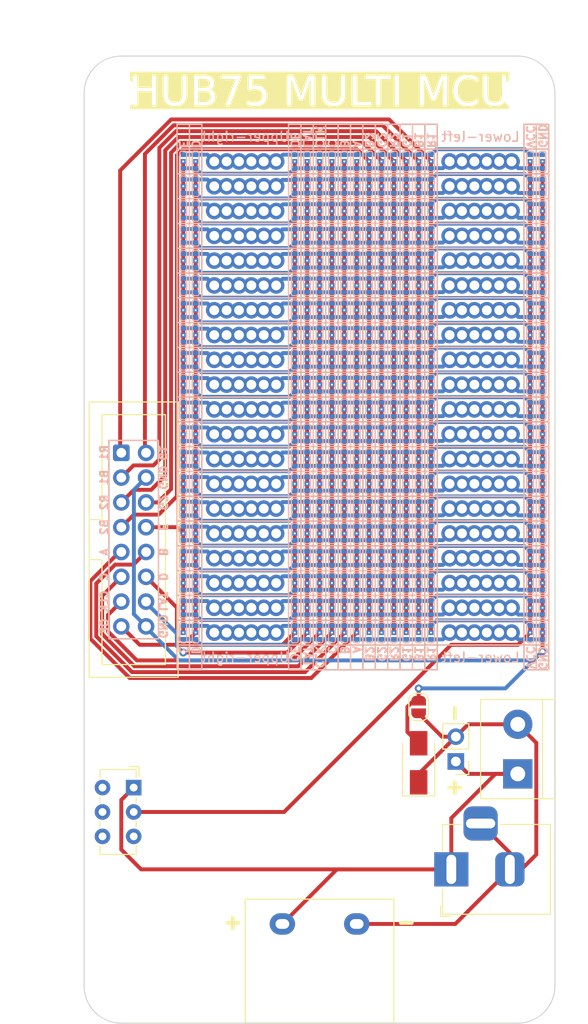
<source format=kicad_pcb>
(kicad_pcb (version 20221018) (generator pcbnew)
  (layers (0 "F.Cu" signal) (31 "B.Cu" signal) (34 "B.Paste" user) (35 "F.Paste" user) (36 "B.SilkS" user "B.Silkscreen") (37 "F.SilkS" user "F.Silkscreen") (38 "B.Mask" user) (39 "F.Mask" user) (44 "Edge.Cuts" user))
  (net 0 "")
  (net 1 "Net-(D1-K)")
  (net 2 "GND")
  (net 3 "Pin_1")
  (net 4 "Pin_2")
  (net 5 "Pin_3")
  (net 6 "Pin_4")
  (net 7 "Pin_5")
  (net 8 "Pin_6")
  (net 9 "Pin_7")
  (net 10 "Pin_8")
  (net 11 "Pin_9")
  (net 12 "Pin_10")
  (net 13 "Pin_11")
  (net 14 "Pin_12")
  (net 15 "Pin_13")
  (net 16 "Pin_14")
  (net 17 "Pin_15")
  (net 18 "Pin_16")
  (net 19 "Pin_17")
  (net 20 "Pin_18")
  (net 21 "Pin_19")
  (net 22 "Pin_20")
  (net 23 "Pin_40")
  (net 24 "Pin_39")
  (net 25 "Pin_38")
  (net 26 "Pin_37")
  (net 27 "Pin_36")
  (net 28 "Pin_35")
  (net 29 "Pin_34")
  (net 30 "Pin_33")
  (net 31 "Pin_32")
  (net 32 "Pin_31")
  (net 33 "Pin_30")
  (net 34 "Pin_29")
  (net 35 "Pin_28")
  (net 36 "Pin_27")
  (net 37 "Pin_26")
  (net 38 "Pin_25")
  (net 39 "Pin_24")
  (net 40 "Pin_23")
  (net 41 "Pin_22")
  (net 42 "Pin_21")
  (net 43 "Net-(J13-Pin_1)")
  (net 44 "VCC")
  (net 45 "/IDC01 (R1)")
  (net 46 "/IDC02 (G1)")
  (net 47 "/IDC03 (B1)")
  (net 48 "/IDC05 (R2)")
  (net 49 "/IDC06 (G2)")
  (net 50 "/IDC07 (B2)")
  (net 51 "/IDC08 (E)")
  (net 52 "/IDC09 (A)")
  (net 53 "/IDC10 (B)")
  (net 54 "/IDC11 (C)")
  (net 55 "/IDC12 (D)")
  (net 56 "/IDC13 (CLK)")
  (net 57 "/IDC14 (LAT)")
  (net 58 "/IDC15 (OE)")
  (footprint "Connector_PinHeader_2.54mm:PinHeader_1x02_P2.54mm_Vertical" (layer "F.Cu") (at 114.3 97.6575 180)
    (fp_text reference "J13" hide)
    (fp_text value "Conn_01x02" hide)
  )
  (footprint "Custom:PinHeader_1x20_P2.54mm_Vertical_No_Silk" (layer "F.Cu") (at 94.615 36.195)
    (fp_text reference "J5" hide)
    (fp_text value "Conn_01x20" hide)
  )
  (footprint "Connector_IDC:IDC-Header_2x08_P2.54mm_Vertical" (layer "F.Cu") (at 80.01 66.04)
    (fp_text reference "J17" hide)
    (fp_text value "Conn_02x08_Odd_Even" hide)
  )
  (footprint "Custom:PinHeader_1x20_P2.54mm_Vertical_No_Silk" (layer "F.Cu") (at 93.345 36.195)
    (fp_text reference "J4" hide)
    (fp_text value "Conn_01x20" hide)
  )
  (footprint "Custom:PinHeader_1x20_P2.54mm_Vertical_No_Silk" (layer "F.Cu") (at 95.885 36.195)
    (fp_text reference "J6" hide)
    (fp_text value "Conn_01x20" hide)
  )
  (footprint "Custom:PinHeader_1x20_P2.54mm_Vertical_No_Silk" (layer "F.Cu") (at 120.015 36.195)
    (fp_text reference "J12" hide)
    (fp_text value "Conn_01x20" hide)
  )
  (footprint "Custom:PinHeader_1x20_P2.54mm_Vertical_No_Silk" (layer "F.Cu") (at 116.205 36.195)
    (fp_text reference "J9" hide)
    (fp_text value "Conn_01x20" hide)
  )
  (footprint "MountingHole:MountingHole_3.2mm_M3" (layer "F.Cu") (at 120.65 29.21)
    (fp_text reference "REF**" hide)
    (fp_text value "MountingHole_3.2mm_M3" hide)
  )
  (footprint "Connector_BarrelJack:BarrelJack_Horizontal" (layer "F.Cu") (at 113.84 108.7075 180)
    (fp_text reference "J14" hide)
    (fp_text value "Barrel_Jack" hide)
  )
  (footprint "Custom:PinHeader_1x20_P2.54mm_Vertical_No_Silk" (layer "F.Cu") (at 92.075 36.195)
    (fp_text reference "J3" hide)
    (fp_text value "Conn_01x20" hide)
  )
  (footprint "Diode_SMD:D_SMA" (layer "F.Cu") (at 110.49 97.79 90)
    (fp_text reference "D1" hide)
    (fp_text value "D" hide)
  )
  (footprint "Custom:PinHeader_1x20_P2.54mm_Vertical_No_Silk" (layer "F.Cu") (at 90.805 36.195)
    (fp_text reference "J2" hide)
    (fp_text value "Conn_01x20" hide)
  )
  (footprint "Custom:PinHeader_1x20_P2.54mm_Vertical_No_Silk" (layer "F.Cu") (at 113.665 36.195)
    (fp_text reference "J7" hide)
    (fp_text value "Conn_01x20" hide)
  )
  (footprint "Custom:PinHeader_1x20_P2.54mm_Vertical_No_Silk" (layer "F.Cu") (at 89.535 36.195)
    (fp_text reference "J1" hide)
    (fp_text value "Conn_01x20" hide)
  )
  (footprint "Custom:PinHeader_1x20_P2.54mm_Vertical_No_Silk" (layer "F.Cu") (at 117.475 36.195)
    (fp_text reference "J10" hide)
    (fp_text value "Conn_01x20" hide)
  )
  (footprint "Custom:PinHeader_1x20_P2.54mm_Vertical_No_Silk" (layer "F.Cu") (at 114.935 36.195)
    (fp_text reference "J8" hide)
    (fp_text value "Conn_01x20" hide)
  )
  (footprint "Jumper:SolderJumper-2_P1.3mm_Open_RoundedPad1.0x1.5mm" (layer "F.Cu") (at 110.49 92.075 90)
    (fp_text reference "JP1" hide)
    (fp_text value "SolderJumper_2_Open" hide)
  )
  (footprint "MountingHole:MountingHole_3.2mm_M3" (layer "F.Cu") (at 80.01 29.21)
    (fp_text reference "REF**" hide)
    (fp_text value "MountingHole_3.2mm_M3" hide)
  )
  (footprint "Custom:PinHeader_1x20_P2.54mm_Vertical_No_Silk" (layer "F.Cu") (at 118.745 36.195)
    (fp_text reference "J11" hide)
    (fp_text value "Conn_01x20" hide)
  )
  (footprint "Custom:Barrier_Block" (layer "F.Cu") (at 96.52 114.3)
    (fp_text reference "J16" hide)
    (fp_text value "Screw_Terminal_01x02" hide)
  )
  (footprint "Button_Switch_THT:SW_E-Switch_EG1271_SPDT" (layer "F.Cu") (at 81.28 100.33 -90)
    (fp_text reference "SW1" hide)
    (fp_text value "SW_SPST" hide)
  )
  (footprint "MountingHole:MountingHole_3.2mm_M3" (layer "F.Cu") (at 80.01 120.65)
    (fp_text reference "REF**" hide)
    (fp_text value "MountingHole_3.2mm_M3" hide)
  )
  (footprint "MountingHole:MountingHole_3.2mm_M3" (layer "F.Cu") (at 120.65 120.65)
    (fp_text reference "REF**" hide)
    (fp_text value "MountingHole_3.2mm_M3" hide)
  )
  (footprint "TerminalBlock:TerminalBlock_bornier-2_P5.08mm" (layer "F.Cu") (at 120.65 98.9275 90)
    (fp_text reference "J15" hide)
    (fp_text value "Screw_Terminal_01x02" hide)
  )
  (footprint "Custom:SolderJumper-mini-3" (layer "B.Cu") (at 111.76 79.375 -90)
    (fp_text reference "JP59" hide)
    (fp_text value "SolderJumper_3_Open" hide)
  )
  (footprint "Custom:SolderJumper-mini-3" (layer "B.Cu") (at 121.92 43.815 -90)
    (fp_text reference "JP25" hide)
    (fp_text value "SolderJumper_3_Open" hide)
  )
  (footprint "Custom:SolderJumper-mini-3" (layer "B.Cu") (at 109.22 71.755 -90)
    (fp_text reference "JP96" hide)
    (fp_text value "SolderJumper_3_Open" hide)
  )
  (footprint "Custom:SolderJumper-mini-3" (layer "B.Cu") (at 100.33 84.455 -90)
    (fp_text reference "JP281" hide)
    (fp_text value "SolderJumper_3_Open" hide)
  )
  (footprint "Custom:SolderJumper-mini-3" (layer "B.Cu") (at 110.49 74.295 -90)
    (fp_text reference "JP77" hide)
    (fp_text value "SolderJumper_3_Open" hide)
  )
  (footprint "Custom:SolderJumper-mini-3" (layer "B.Cu") (at 110.49 81.915 -90)
    (fp_text reference "JP80" hide)
    (fp_text value "SolderJumper_3_Open" hide)
  )
  (footprint "Custom:SolderJumper-mini-3" (layer "B.Cu") (at 105.41 48.895 -90)
    (fp_text reference "JP147" hide)
    (fp_text value "SolderJumper_3_Open" hide)
  )
  (footprint "Custom:SolderJumper-mini-3" (layer "B.Cu") (at 110.49 64.135 -90)
    (fp_text reference "JP73" hide)
    (fp_text value "SolderJumper_3_Open" hide)
  )
  (footprint "Custom:SolderJumper-mini-3" (layer "B.Cu") (at 123.19 46.355 -90)
    (fp_text reference "JP6" hide)
    (fp_text value "SolderJumper_3_Open" hide)
  )
  (footprint "Custom:SolderJumper-mini-3" (layer "B.Cu") (at 111.76 71.755 -90)
    (fp_text reference "JP56" hide)
    (fp_text value "SolderJumper_3_Open" hide)
  )
  (footprint "Custom:SolderJumper-mini-3" (layer "B.Cu") (at 105.41 51.435 -90)
    (fp_text reference "JP148" hide)
    (fp_text value "SolderJumper_3_Open" hide)
  )
  (footprint "Custom:SolderJumper-mini-3" (layer "B.Cu") (at 86.36 56.515 -90)
    (fp_text reference "JP170" hide)
    (fp_text value "SolderJumper_3_Open" hide)
  )
  (footprint "Custom:SolderJumper-mini-3" (layer "B.Cu") (at 105.41 76.835 -90)
    (fp_text reference "JP158" hide)
    (fp_text value "SolderJumper_3_Open" hide)
  )
  (footprint "Custom:SolderJumper-mini-3" (layer "B.Cu") (at 86.36 41.275 -90)
    (fp_text reference "JP164" hide)
    (fp_text value "SolderJumper_3_Open" hide)
  )
  (footprint "Custom:SolderJumper-mini-3" (layer "B.Cu") (at 110.49 48.895 -90)
    (fp_text reference "JP67" hide)
    (fp_text value "SolderJumper_3_Open" hide)
  )
  (footprint "Custom:SolderJumper-mini-3" (layer "B.Cu") (at 87.63 66.675 -90)
    (fp_text reference "JP254" hide)
    (fp_text value "SolderJumper_3_Open" hide)
  )
  (footprint "Custom:SolderJumper-mini-3" (layer "B.Cu") (at 87.63 41.275 -90)
    (fp_text reference "JP244" hide)
    (fp_text value "SolderJumper_3_Open" hide)
  )
  (footprint "Custom:SolderJumper-mini-3" (layer "B.Cu") (at 123.19 59.055 -90)
    (fp_text reference "JP11" hide)
    (fp_text value "SolderJumper_3_Open" hide)
  )
  (footprint "Custom:SolderJumper-mini-3" (layer "B.Cu") (at 86.36 69.215 -90)
    (fp_text reference "JP175" hide)
    (fp_text value "SolderJumper_3_Open" hide)
  )
  (footprint "Custom:SolderJumper-mini-3" (layer "B.Cu") (at 106.68 51.435 -90)
    (fp_text reference "JP128" hide)
    (fp_text value "SolderJumper_3_Open" hide)
  )
  (footprint "Custom:SolderJumper-mini-3" (layer "B.Cu") (at 100.33 79.375 -90)
    (fp_text reference "JP279" hide)
    (fp_text value "SolderJumper_3_Open" hide)
  )
  (footprint "Custom:SolderJumper-mini-3" (layer "B.Cu") (at 102.87 48.895 -90)
    (fp_text reference "JP207" hide)
    (fp_text value "SolderJumper_3_Open" hide)
  )
  (footprint "Custom:SolderJumper-mini-3" (layer "B.Cu") (at 86.36 64.135 -90)
    (fp_text reference "JP173" hide)
    (fp_text value "SolderJumper_3_Open" hide)
  )
  (footprint "Custom:SolderJumper-mini-3" (layer "B.Cu") (at 105.41 69.215 -90)
    (fp_text reference "JP155" hide)
    (fp_text value "SolderJumper_3_Open" hide)
  )
  (footprint "Custom:SolderJumper-mini-3" (layer "B.Cu") (at 104.14 46.355 -90)
    (fp_text reference "JP186" hide)
    (fp_text value "SolderJumper_3_Open" hide)
  )
  (footprint "Custom:SolderJumper-mini-3" (layer "B.Cu") (at 123.19 71.755 -90)
    (fp_text reference "JP16" hide)
    (fp_text value "SolderJumper_3_Open" hide)
  )
  (footprint "Custom:SolderJumper-mini-3" (layer "B.Cu") (at 100.33 41.275 -90)
    (fp_text reference "JP264" hide)
    (fp_text value "SolderJumper_3_Open" hide)
  )
  (footprint "Custom:SolderJumper-mini-3" (layer "B.Cu") (at 100.33 56.515 -90)
    (fp_text reference "JP270" hide)
    (fp_text value "SolderJumper_3_Open" hide)
  )
  (footprint "Custom:SolderJumper-mini-3" (layer "B.Cu") (at 121.92 38.735 -90)
    (fp_text reference "JP23" hide)
    (fp_text value "SolderJumper_3_Open" hide)
  )
  (footprint "Custom:SolderJumper-mini-3" (layer "B.Cu") (at 123.19 38.735 -90)
    (fp_text reference "JP3" hide)
    (fp_text value "SolderJumper_3_Open" hide)
  )
  (footprint "Custom:SolderJumper-mini-3" (layer "B.Cu") (at 107.95 66.675 -90)
    (fp_text reference "JP114" hide)
    (fp_text value "SolderJumper_3_Open" hide)
  )
  (footprint "Custom:SolderJumper-mini-3" (layer "B.Cu") (at 109.22 53.975 -90)
    (fp_text reference "JP89" hide)
    (fp_text value "SolderJumper_3_Open" hide)
  )
  (footprint "Custom:SolderJumper-mini-3" (layer "B.Cu") (at 102.87 84.455 -90)
    (fp_text reference "JP221" hide)
    (fp_text value "SolderJumper_3_Open" hide)
  )
  (footprint "Custom:SolderJumper-mini-3" (layer "B.Cu") (at 106.68 71.755 -90)
    (fp_text reference "JP136" hide)
    (fp_text value "SolderJumper_3_Open" hide)
  )
  (footprint "Custom:SolderJumper-mini-3" (layer "B.Cu") (at 104.14 36.195 -90)
    (fp_text reference "JP182" hide)
    (fp_text value "SolderJumper_3_Open" hide)
  )
  (footprint "Custom:SolderJumper-mini-3" (layer "B.Cu") (at 102.87 69.215 -90)
    (fp_text reference "JP215" hide)
    (fp_text value "SolderJumper_3_Open" hide)
  )
  (footprint "Custom:SolderJumper-mini-3" (layer "B.Cu") (at 105.41 59.055 -90)
    (fp_text reference "JP151" hide)
    (fp_text value "SolderJumper_3_Open" hide)
  )
  (footprint "Custom:SolderJumper-mini-3" (layer "B.Cu") (at 99.06 48.895 -90)
    (fp_text reference "JP287" hide)
    (fp_text value "SolderJumper_3_Open" hide)
  )
  (footprint "Custom:SolderJumper-mini-3" (layer "B.Cu") (at 87.63 84.455 -90)
    (fp_text reference "JP261" hide)
    (fp_text value "SolderJumper_3_Open" hide)
  )
  (footprint "Custom:SolderJumper-mini-3" (layer "B.Cu") (at 106.68 79.375 -90)
    (fp_text reference "JP139" hide)
    (fp_text value "SolderJumper_3_Open" hide)
  )
  (footprint "Custom:SolderJumper-mini-3" (layer "B.Cu") (at 100.33 59.055 -90)
    (fp_text reference "JP271" hide)
    (fp_text value "SolderJumper_3_Open" hide)
  )
  (footprint "Custom:SolderJumper-mini-3" (layer "B.Cu") (at 100.33 43.815 -90)
    (fp_text reference "JP265" hide)
    (fp_text value "SolderJumper_3_Open" hide)
  )
  (footprint "Custom:SolderJumper-mini-3" (layer "B.Cu") (at 111.76 43.815 -90)
    (fp_text reference "JP45" hide)
    (fp_text value "SolderJumper_3_Open" hide)
  )
  (footprint "Custom:SolderJumper-mini-3" (layer "B.Cu") (at 109.22 59.055 -90)
    (fp_text reference "JP91" hide)
    (fp_text value "SolderJumper_3_Open" hide)
  )
  (footprint "Custom:SolderJumper-mini-3" (layer "B.Cu") (at 87.63 46.355 -90)
    (fp_text reference "JP246" hide)
    (fp_text value "SolderJumper_3_Open" hide)
  )
  (footprint "Custom:SolderJumper-mini-3" (layer "B.Cu") (at 107.95 36.195 -90)
    (fp_text reference "JP102" hide)
    (fp_text value "SolderJumper_3_Open" hide)
  )
  (footprint "Custom:SolderJumper-mini-3" (layer "B.Cu") (at 123.19 66.675 -90)
    (fp_text reference "JP14" hide)
    (fp_text value "SolderJumper_3_Open" hide)
  )
  (footprint "Custom:SolderJumper-mini-3" (layer "B.Cu") (at 105.41 46.355 -90)
    (fp_text reference "JP146" hide)
    (fp_text value "SolderJumper_3_Open" hide)
  )
  (footprint "Custom:SolderJumper-mini-3" (layer "B.Cu") (at 99.06 61.595 -90)
    (fp_text reference "JP292" hide)
    (fp_text value "SolderJumper_3_Open" hide)
  )
  (footprint "Custom:SolderJumper-mini-3" (layer "B.Cu") (at 121.92 59.055 -90)
    (fp_text reference "JP31" hide)
    (fp_text value "SolderJumper_3_Open" hide)
  )
  (footprint "Custom:SolderJumper-mini-3" (layer "B.Cu") (at 109.22 56.515 -90)
    (fp_text reference "JP90" hide)
    (fp_text value "SolderJumper_3_Open" hide)
  )
  (footprint "Custom:SolderJumper-mini-3" (layer "B.Cu") (at 105.41 84.455 -90)
    (fp_text reference "JP161" hide)
    (fp_text value "SolderJumper_3_Open" hide)
  )
  (footprint "Custom:SolderJumper-mini-3" (layer "B.Cu") (at 104.14 38.735 -90)
    (fp_text reference "JP183" hide)
    (fp_text value "SolderJumper_3_Open" hide)
  )
  (footprint "Custom:SolderJumper-mini-3" (layer "B.Cu") (at 105.41 74.295 -90)
    (fp_text reference "JP157" hide)
    (fp_text value "SolderJumper_3_Open" hide)
  )
  (footprint "Custom:SolderJumper-mini-3" (layer "B.Cu") (at 104.14 59.055 -90)
    (fp_text reference "JP191" hide)
    (fp_text value "SolderJumper_3_Open" hide)
  )
  (footprint "Custom:SolderJumper-mini-3" (layer "B.Cu") (at 109.22 74.295 -90)
    (fp_text reference "JP97" hide)
    (fp_text value "SolderJumper_3_Open" hide)
  )
  (footprint "Custom:SolderJumper-mini-3" (layer "B.Cu") (at 100.33 46.355 -90)
    (fp_text reference "JP266" hide)
    (fp_text value "SolderJumper_3_Open" hide)
  )
  (footprint "Custom:SolderJumper-mini-3" (layer "B.Cu") (at 99.06 38.735 -90)
    (fp_text reference "JP283" hide)
    (fp_text value "SolderJumper_3_Open" hide)
  )
  (footprint "Custom:SolderJumper-mini-3" (layer "B.Cu") (at 109.22 46.355 -90)
    (fp_text reference "JP86" hide)
    (fp_text value "SolderJumper_3_Open" hide)
  )
  (footprint "Custom:SolderJumper-mini-3" (layer "B.Cu") (at 109.22 84.455 -90)
    (fp_text reference "JP101" hide)
    (fp_text value "SolderJumper_3_Open" hide)
  )
  (footprint "Custom:SolderJumper-mini-3" (layer "B.Cu") (at 101.6 66.675 -90)
    (fp_text reference "JP234" hide)
    (fp_text value "SolderJumper_3_Open" hide)
  )
  (footprint "Custom:SolderJumper-mini-3" (layer "B.Cu") (at 105.41 71.755 -90)
    (fp_text reference "JP156" hide)
    (fp_text value "SolderJumper_3_Open" hide)
  )
  (footprint "Custom:SolderJumper-mini-3" (layer "B.Cu") (at 106.68 66.675 -90)
    (fp_text reference "JP134" hide)
    (fp_text value "SolderJumper_3_Open" hide)
  )
  (footprint "Custom:SolderJumper-mini-3" (layer "B.Cu") (at 121.92 56.515 -90)
    (fp_text reference "JP30" hide)
    (fp_text value "SolderJumper_3_Open" hide)
  )
  (footprint "Custom:SolderJumper-mini-3" (layer "B.Cu") (at 107.95 53.975 -90)
    (fp_text reference "JP109" hide)
    (fp_text value "SolderJumper_3_Open" hide)
  )
  (footprint "Custom:SolderJumper-mini-3" (layer "B.Cu") (at 87.63 48.895 -90)
    (fp_text reference "JP247" hide)
    (fp_text value "SolderJumper_3_Open" hide)
  )
  (footprint "Custom:SolderJumper-mini-3" (layer "B.Cu") (at 123.19 69.215 -90)
    (fp_text reference "JP15" hide)
    (fp_text value "SolderJumper_3_Open" hide)
  )
  (footprint "Custom:SolderJumper-mini-3" (layer "B.Cu") (at 102.87 61.595 -90)
    (fp_text reference "JP212" hide)
    (fp_text value "SolderJumper_3_Open" hide)
  )
  (footprint "Custom:SolderJumper-mini-3" (layer "B.Cu") (at 99.06 46.355 -90)
    (fp_text reference "JP286" hide)
    (fp_text value "SolderJumper_3_Open" hide)
  )
  (footprint "Custom:SolderJumper-mini-3" (layer "B.Cu") (at 111.76 41.275 -90)
    (fp_text reference "JP44" hide)
    (fp_text value "SolderJumper_3_Open" hide)
  )
  (footprint "Custom:SolderJumper-mini-3" (layer "B.Cu") (at 104.14 53.975 -90)
    (fp_text reference "JP189" hide)
    (fp_text value "SolderJumper_3_Open" hide)
  )
  (footprint "Custom:SolderJumper-mini-3" (layer "B.Cu") (at 107.95 51.435 -90)
    (fp_text reference "JP108" hide)
    (fp_text value "SolderJumper_3_Open" hide)
  )
  (footprint "Custom:SolderJumper-mini-3" (layer "B.Cu") (at 100.33 64.135 -90)
    (fp_text reference "JP273" hide)
    (fp_text value "SolderJumper_3_Open" hide)
  )
  (footprint "Custom:SolderJumper-mini-3" (layer "B.Cu") (at 97.79 59.055 -90)
    (fp_text reference "JP311" hide)
    (fp_text value "SolderJumper_3_Open" hide)
  )
  (footprint "Custom:SolderJumper-mini-3" (layer "B.Cu") (at 111.76 66.675 -90)
    (fp_text reference "JP54" hide)
    (fp_text value "SolderJumper_3_Open" hide)
  )
  (footprint "Custom:SolderJumper-mini-3" (layer "B.Cu") (at 87.63 36.195 -90)
    (fp_text reference "JP242" hide)
    (fp_text value "SolderJumper_3_Open" hide)
  )
  (footprint "Custom:SolderJumper-mini-3" (layer "B.Cu") (at 106.68 38.735 -90)
    (fp_text reference "JP123" hide)
    (fp_text value "SolderJumper_3_Open" hide)
  )
  (footprint "Custom:SolderJumper-mini-3" (layer "B.Cu") (at 86.36 53.975 -90)
    (fp_text reference "JP169" hide)
    (fp_text value "SolderJumper_3_Open" hide)
  )
  (footprint "Custom:SolderJumper-mini-3" (layer "B.Cu") (at 121.92 51.435 -90)
    (fp_text reference "JP28" hide)
    (fp_text value "SolderJumper_3_Open" hide)
  )
  (footprint "Custom:SolderJumper-mini-3" (layer "B.Cu") (at 86.36 84.455 -90)
    (fp_text reference "JP181" hide)
    (fp_text value "SolderJumper_3_Open" hide)
  )
  (footprint "Custom:SolderJumper-mini-3" (layer "B.Cu") (at 105.41 38.735 -90)
    (fp_text reference "JP143" hide)
    (fp_text value "SolderJumper_3_Open" hide)
  )
  (footprint "Custom:SolderJumper-mini-3" (layer "B.Cu") (at 86.36 46.355 -90)
    (fp_text reference "JP166" hide)
    (fp_text value "SolderJumper_3_Open" hide)
  )
  (footprint "Custom:SolderJumper-mini-3" (layer "B.Cu") (at 101.6 38.735 -90)
    (fp_text reference "JP223" hide)
    (fp_text value "SolderJumper_3_Open" hide)
  )
  (footprint "Custom:SolderJumper-mini-3" (layer "B.Cu") (at 87.63 51.435 -90)
    (fp_text reference "JP248" hide)
    (fp_text value "SolderJumper_3_Open" hide)
  )
  (footprint "Custom:SolderJumper-mini-3" (layer "B.Cu") (at 101.6 64.135 -90)
    (fp_text reference "JP233" hide)
    (fp_text value "SolderJumper_3_Open" hide)
  )
  (footprint "Custom:SolderJumper-mini-3" (layer "B.Cu") (at 106.68 74.295 -90)
    (fp_text reference "JP137" hide)
    (fp_text value "SolderJumper_3_Open" hide)
  )
  (footprint "Custom:SolderJumper-mini-3" (layer "B.Cu") (at 111.76 59.055 -90)
    (fp_text reference "JP51" hide)
    (fp_text value "SolderJumper_3_Open" hide)
  )
  (footprint "Custom:SolderJumper-mini-3" (layer "B.Cu") (at 106.68 61.595 -90)
    (fp_text reference "JP132" hide)
    (fp_text value "SolderJumper_3_Open" hide)
  )
  (footprint "Custom:SolderJumper-mini-3" (layer "B.Cu") (at 109.22 61.595 -90)
    (fp_text reference "JP92" hide)
    (fp_text value "SolderJumper_3_Open" hide)
  )
  (footprint "Custom:SolderJumper-mini-3" (layer "B.Cu") (at 121.92 81.915 -90)
    (fp_text reference "JP40" hide)
    (fp_text value "SolderJumper_3_Open" hide)
  )
  (footprint "Custom:SolderJumper-mini-3" (layer "B.Cu") (at 97.79 36.195 -90)
    (fp_text reference "JP302" hide)
    (fp_text value "SolderJumper_3_Open" hide)
  )
  (footprint "Custom:SolderJumper-mini-3" (layer "B.Cu") (at 97.79 84.455 -90)
    (fp_text reference "JP321" hide)
    (fp_text value "SolderJumper_3_Open" hide)
  )
  (footprint "Custom:SolderJumper-mini-3" (layer "B.Cu") (at 102.87 56.515 -90)
    (fp_text reference "JP210" hide)
    (fp_text value "SolderJumper_3_Open" hide)
  )
  (footprint "Custom:SolderJumper-mini-3" (layer "B.Cu") (at 107.95 76.835 -90)
    (fp_text reference "JP118" hide)
    (fp_text value "SolderJumper_3_Open" hide)
  )
  (footprint "Custom:SolderJumper-mini-3" (layer "B.Cu") (at 123.19 61.595 -90)
    (fp_text reference "JP12" hide)
    (fp_text value "SolderJumper_3_Open" hide)
  )
  (footprint "Custom:SolderJumper-mini-3" (layer "B.Cu") (at 99.06 76.835 -90)
    (fp_text reference "JP298" hide)
    (fp_text value "SolderJumper_3_Open" hide)
  )
  (footprint "Custom:SolderJumper-mini-3" (layer "B.Cu") (at 97.79 41.275 -90)
    (fp_text reference "JP304" hide)
    (fp_text value "SolderJumper_3_Open" hide)
  )
  (footprint "Custom:SolderJumper-mini-3" (layer "B.Cu") (at 106.68 76.835 -90)
    (fp_text reference "JP138" hide)
    (fp_text value "SolderJumper_3_Open" hide)
  )
  (footprint "Custom:SolderJumper-mini-3" (layer "B.Cu") (at 110.49 79.375 -90)
    (fp_text reference "JP79" hide)
    (fp_text value "SolderJumper_3_Open" hide)
  )
  (footprint "Custom:SolderJumper-mini-3" (layer "B.Cu") (at 97.79 66.675 -90)
    (fp_text reference "JP314" hide)
    (fp_text value "SolderJumper_3_Open" hide)
  )
  (footprint "Custom:SolderJumper-mini-3" (layer "B.Cu") (at 101.6 46.355 -90)
    (fp_text reference "JP226" hide)
    (fp_text value "SolderJumper_3_Open" hide)
  )
  (footprint "Custom:SolderJumper-mini-3" (layer "B.Cu") (at 105.41 56.515 -90)
    (fp_text reference "JP150" hide)
    (fp_text value "SolderJumper_3_Open" hide)
  )
  (footprint "Custom:SolderJumper-mini-3" (layer "B.Cu") (at 102.87 74.295 -90)
    (fp_text reference "JP217" hide)
    (fp_text value "SolderJumper_3_Open" hide)
  )
  (footprint "Custom:SolderJumper-mini-3" (layer "B.Cu") (at 123.19 56.515 -90)
    (fp_text reference "JP10" hide)
    (fp_text value "SolderJumper_3_Open" hide)
  )
  (footprint "Custom:SolderJumper-mini-3" (layer "B.Cu") (at 107.95 84.455 -90)
    (fp_text reference "JP121" hide)
    (fp_text value "SolderJumper_3_Open" hide)
  )
  (footprint "Custom:SolderJumper-mini-3" (layer "B.Cu") (at 110.49 56.515 -90)
    (fp_text reference "JP70" hide)
    (fp_text value "SolderJumper_3_Open" hide)
  )
  (footprint "Custom:SolderJumper-mini-3" (layer "B.Cu") (at 97.79 74.295 -90)
    (fp_text reference "JP317" hide)
    (fp_text value "SolderJumper_3_Open" hide)
  )
  (footprint "Custom:SolderJumper-mini-3" (layer "B.Cu") (at 111.76 84.455 -90)
    (fp_text reference "JP61" hide)
    (fp_text value "SolderJumper_3_Open" hide)
  )
  (footprint "Custom:SolderJumper-mini-3" (layer "B.Cu") (at 97.79 71.755 -90)
    (fp_text reference "JP316" hide)
    (fp_text value "SolderJumper_3_Open" hide)
  )
  (footprint "Custom:SolderJumper-mini-3" (layer "B.Cu") (at 104.14 66.675 -90)
    (fp_text reference "JP194" hide)
    (fp_text value "SolderJumper_3_Open" hide)
  )
  (footprint "Custom:SolderJumper-mini-3" (layer "B.Cu") (at 121.92 41.275 -90)
    (fp_text reference "JP24" hide)
    (fp_text value "SolderJumper_3_Open" hide)
  )
  (footprint "Custom:SolderJumper-mini-3" (layer "B.Cu") (at 86.36 48.895 -90)
    (fp_text reference "JP167" hide)
    (fp_text value "SolderJumper_3_Open" hide)
  )
  (footprint "Custom:SolderJumper-mini-3" (layer "B.Cu") (at 100.33 51.435 -90)
    (fp_text reference "JP268" hide)
    (fp_text value "SolderJumper_3_Open" hide)
  )
  (footprint "Custom:SolderJumper-mini-3" (layer "B.Cu") (at 97.79 38.735 -90)
    (fp_text reference "JP303" hide)
    (fp_text value "SolderJumper_3_Open" hide)
  )
  (footprint "Custom:SolderJumper-mini-3" (layer "B.Cu") (at 104.14 43.815 -90)
    (fp_text reference "JP185" hide)
    (fp_text value "SolderJumper_3_Open" hide)
  )
  (footprint "Custom:SolderJumper-mini-3" (layer "B.Cu") (at 100.33 71.755 -90)
    (fp_text reference "JP276" hide)
    (fp_text value "SolderJumper_3_Open" hide)
  )
  (footprint "Custom:SolderJumper-mini-3" (layer "B.Cu") (at 101.6 71.755 -90)
    (fp_text reference "JP236" hide)
    (fp_text value "SolderJumper_3_Open" hide)
  )
  (footprint "Custom:SolderJumper-mini-3" (layer "B.Cu") (at 86.36 61.595 -90)
    (fp_text reference "JP172" hide)
    (fp_text value "SolderJumper_3_Open" hide)
  )
  (footprint "Custom:SolderJumper-mini-3" (layer "B.Cu") (at 104.14 76.835 -90)
    (fp_text reference "JP198" hide)
    (fp_text value "SolderJumper_3_Open" hide)
  )
  (footprint "Custom:SolderJumper-mini-3" (layer "B.Cu") (at 107.95 69.215 -90)
    (fp_text reference "JP115" hide)
    (fp_text value "SolderJumper_3_Open" hide)
  )
  (footprint "Custom:SolderJumper-mini-3" (layer "B.Cu") (at 99.06 79.375 -90)
    (fp_text reference "JP299" hide)
    (fp_text value "SolderJumper_3_Open" hide)
  )
  (footprint "Custom:SolderJumper-mini-3" (layer "B.Cu") (at 101.6 36.195 -90)
    (fp_text reference "JP222" hide)
    (fp_text value "SolderJumper_3_Open" hide)
  )
  (footprint "Custom:SolderJumper-mini-3" (layer "B.Cu") (at 102.87 71.755 -90)
    (fp_text reference "JP216" hide)
    (fp_text value "SolderJumper_3_Open" hide)
  )
  (footprint "Custom:SolderJumper-mini-3" (layer "B.Cu") (at 121.92 61.595 -90)
    (fp_text reference "JP32" hide)
    (fp_text value "SolderJumper_3_Open" hide)
  )
  (footprint "Custom:SolderJumper-mini-3" (layer "B.Cu") (at 123.19 84.455 -90)
    (fp_text reference "JP21" hide)
    (fp_text value "SolderJumper_3_Open" hide)
  )
  (footprint "Custom:SolderJumper-mini-3" (layer "B.Cu") (at 101.6 56.515 -90)
    (fp_text reference "JP230" hide)
    (fp_text value "SolderJumper_3_Open" hide)
  )
  (footprint "Custom:SolderJumper-mini-3" (layer "B.Cu") (at 86.36 43.815 -90)
    (fp_text reference "JP165" hide)
    (fp_text value "SolderJumper_3_Open" hide)
  )
  (footprint "Custom:SolderJumper-mini-3" (layer "B.Cu") (at 102.87 36.195 -90)
    (fp_text reference "JP202" hide)
    (fp_text value "SolderJumper_3_Open" hide)
  )
  (footprint "Custom:SolderJumper-mini-3" (layer "B.Cu") (at 111.76 46.355 -90)
    (fp_text reference "JP46" hide)
    (fp_text value "SolderJumper_3_Open" hide)
  )
  (footprint "Custom:SolderJumper-mini-3" (layer "B.Cu") (at 101.6 48.895 -90)
    (fp_text reference "JP227" hide)
    (fp_text value "SolderJumper_3_Open" hide)
  )
  (footprint "Custom:SolderJumper-mini-3" (layer "B.Cu") (at 87.63 74.295 -90)
    (fp_text reference "JP257" hide)
    (fp_text value "SolderJumper_3_Open" hide)
  )
  (footprint "Custom:SolderJumper-mini-3" (layer "B.Cu") (at 101.6 43.815 -90)
    (fp_text reference "JP225" hide)
    (fp_text value "SolderJumper_3_Open" hide)
  )
  (footprint "Custom:SolderJumper-mini-3" (layer "B.Cu") (at 100.33 74.295 -90)
    (fp_text reference "JP277" hide)
    (fp_text value "SolderJumper_3_Open" hide)
  )
  (footprint "Custom:SolderJumper-mini-3" (layer "B.Cu") (at 99.06 41.275 -90)
    (fp_text reference "JP284" hide)
    (fp_text value "SolderJumper_3_Open" hide)
  )
  (footprint "Custom:SolderJumper-mini-3" (layer "B.Cu") (at 104.14 74.295 -90)
    (fp_text reference "JP197" hide)
    (fp_text value "SolderJumper_3_Open" hide)
  )
  (footprint "Custom:SolderJumper-mini-3" (layer "B.Cu") (at 104.14 79.375 -90)
    (fp_text reference "JP199" hide)
    (fp_text value "SolderJumper_3_Open" hide)
  )
  (footprint "Custom:SolderJumper-mini-3" (layer "B.Cu") (at 109.22 38.735 -90)
    (fp_text reference "JP83" hide)
    (fp_text value "SolderJumper_3_Open" hide)
  )
  (footprint "Custom:SolderJumper-mini-3" (layer "B.Cu") (at 121.92 69.215 -90)
    (fp_text reference "JP35" hide)
    (fp_text value "SolderJumper_3_Open" hide)
  )
  (footprint "Custom:SolderJumper-mini-3" (layer "B.Cu") (at 111.76 81.915 -90)
    (fp_text reference "JP60" hide)
    (fp_text value "SolderJumper_3_Open" hide)
  )
  (footprint "Custom:SolderJumper-mini-3" (layer "B.Cu") (at 102.87 79.375 -90)
    (fp_text reference "JP219" hide)
    (fp_text value "SolderJumper_3_Open" hide)
  )
  (footprint "Custom:SolderJumper-mini-3" (layer "B.Cu") (at 87.63 71.755 -90)
    (fp_text reference "JP256" hide)
    (fp_text value "SolderJumper_3_Open" hide)
  )
  (footprint "Custom:SolderJumper-mini-3" (layer "B.Cu") (at 109.22 69.215 -90)
    (fp_text reference "JP95" hide)
    (fp_text value "SolderJumper_3_Open" hide)
  )
  (footprint "Custom:SolderJumper-mini-3" (layer "B.Cu") (at 107.95 81.915 -90)
    (fp_text reference "JP120" hide)
    (fp_text value "SolderJumper_3_Open" hide)
  )
  (footprint "Custom:SolderJumper-mini-3" (layer "B.Cu") (at 102.87 81.915 -90)
    (fp_text reference "JP220" hide)
    (fp_text value "SolderJumper_3_Open" hide)
  )
  (footprint "Custom:SolderJumper-mini-3" (layer "B.Cu") (at 97.79 53.975 -90)
    (fp_text reference "JP309" hide)
    (fp_text value "SolderJumper_3_Open" hide)
  )
  (footprint "Custom:SolderJumper-mini-3" (layer "B.Cu") (at 99.06 69.215 -90)
    (fp_text reference "JP295" hide)
    (fp_text value "SolderJumper_3_Open" hide)
  )
  (footprint "Custom:SolderJumper-mini-3" (layer "B.Cu") (at 86.36 59.055 -90)
    (fp_text reference "JP171" hide)
    (fp_text value "SolderJumper_3_Open" hide)
  )
  (footprint "Custom:SolderJumper-mini-3" (layer "B.Cu") (at 101.6 69.215 -90)
    (fp_text reference "JP235" hide)
    (fp_text value "SolderJumper_3_Open" hide)
  )
  (footprint "Custom:SolderJumper-mini-3" (layer "B.Cu") (at 106.68 59.055 -90)
    (fp_text reference "JP131" hide)
    (fp_text value "SolderJumper_3_Open" hide)
  )
  (footprint "Custom:SolderJumper-mini-3" (layer "B.Cu") (at 105.41 66.675 -90)
    (fp_text reference "JP154" hide)
    (fp_text value "SolderJumper_3_Open" hide)
  )
  (footprint "Custom:SolderJumper-mini-3" (layer "B.Cu") (at 105.41 81.915 -90)
    (fp_text reference "JP160" hide)
    (fp_text value "SolderJumper_3_Open" hide)
  )
  (footprint "Custom:SolderJumper-mini-3" (layer "B.Cu") (at 87.63 61.595 -90)
    (fp_text reference "JP252" hide)
    (fp_text value "SolderJumper_3_Open" hide)
  )
  (footprint "Custom:SolderJumper-mini-3" (layer "B.Cu") (at 99.06 66.675 -90)
    (fp_text reference "JP294" hide)
    (fp_text value "SolderJumper_3_Open" hide)
  )
  (footprint "Custom:SolderJumper-mini-3" (layer "B.Cu") (at 106.68 36.195 -90)
    (fp_text reference "JP122" hide)
    (fp_text value "SolderJumper_3_Open" hide)
  )
  (footprint "Custom:SolderJumper-mini-3" (layer "B.Cu") (at 107.95 48.895 -90)
    (fp_text reference "JP107" hide)
    (fp_text value "SolderJumper_3_Open" hide)
  )
  (footprint "Custom:SolderJumper-mini-3" (layer "B.Cu") (at 121.92 74.295 -90)
    (fp_text reference "JP37" hide)
    (fp_text value "SolderJumper_3_Open" hide)
  )
  (footprint "Custom:SolderJumper-mini-3" (layer "B.Cu") (at 86.36 76.835 -90)
    (fp_text reference "JP178" hide)
    (fp_text value "SolderJumper_3_Open" hide)
  )
  (footprint "Custom:SolderJumper-mini-3" (layer "B.Cu") (at 101.6 41.275 -90)
    (fp_text reference "JP224" hide)
    (fp_text value "SolderJumper_3_Open" hide)
  )
  (footprint "Custom:SolderJumper-mini-3" (layer "B.Cu") (at 104.14 64.135 -90)
    (fp_text reference "JP193" hide)
    (fp_text value "SolderJumper_3_Open" hide)
  )
  (footprint "Custom:SolderJumper-mini-3" (layer "B.Cu") (at 110.49 36.195 -90)
    (fp_text reference "JP62" hide)
    (fp_text value "SolderJumper_3_Open" hide)
  )
  (footprint "Custom:SolderJumper-mini-3" (layer "B.Cu") (at 102.87 66.675 -90)
    (fp_text reference "JP214" hide)
    (fp_text value "SolderJumper_3_Open" hide)
  )
  (footprint "Custom:SolderJumper-mini-3" (layer "B.Cu") (at 123.19 48.895 -90)
    (fp_text reference "JP7" hide)
    (fp_text value "SolderJumper_3_Open" hide)
  )
  (footprint "Custom:SolderJumper-mini-3" (layer "B.Cu") (at 121.92 48.895 -90)
    (fp_text reference "JP27" hide)
    (fp_text value "SolderJumper_3_Open" hide)
  )
  (footprint "Custom:SolderJumper-mini-3" (layer "B.Cu") (at 121.92 46.355 -90)
    (fp_text reference "JP26" hide)
    (fp_text value "SolderJumper_3_Open" hide)
  )
  (footprint "Custom:SolderJumper-mini-3" (layer "B.Cu") (at 97.79 81.915 -90)
    (fp_text reference "JP320" hide)
    (fp_text value "SolderJumper_3_Open" hide)
  )
  (footprint "Custom:SolderJumper-mini-3" (layer "B.Cu") (at 111.76 51.435 -90)
    (fp_text reference "JP48" hide)
    (fp_text value "SolderJumper_3_Open" hide)
  )
  (footprint "Custom:SolderJumper-mini-3" (layer "B.Cu") (at 121.92 84.455 -90)
    (fp_text reference "JP41" hide)
    (fp_text value "SolderJumper_3_Open" hide)
  )
  (footprint "Custom:SolderJumper-mini-3" (layer "B.Cu") (at 101.6 74.295 -90)
    (fp_text reference "JP237" hide)
    (fp_text value "SolderJumper_3_Open" hide)
  )
  (footprint "Custom:SolderJumper-mini-3" (layer "B.Cu") (at 101.6 51.435 -90)
    (fp_text reference "JP228" hide)
    (fp_text value "SolderJumper_3_Open" hide)
  )
  (footprint "Custom:SolderJumper-mini-3" (layer "B.Cu") (at 100.33 69.215 -90)
    (fp_text reference "JP275" hide)
    (fp_text value "SolderJumper_3_Open" hide)
  )
  (footprint "Custom:SolderJumper-mini-3" (layer "B.Cu") (at 104.14 48.895 -90)
    (fp_text reference "JP187" hide)
    (fp_text value "SolderJumper_3_Open" hide)
  )
  (footprint "Custom:SolderJumper-mini-3" (layer "B.Cu") (at 110.49 61.595 -90)
    (fp_text reference "JP72" hide)
    (fp_text value "SolderJumper_3_Open" hide)
  )
  (footprint "Custom:SolderJumper-mini-3" (layer "B.Cu") (at 110.49 38.735 -90)
    (fp_text reference "JP63" hide)
    (fp_text value "SolderJumper_3_Open" hide)
  )
  (footprint "Custom:SolderJumper-mini-3" (layer "B.Cu") (at 86.36 81.915 -90)
    (fp_text reference "JP180" hide)
    (fp_text value "SolderJumper_3_Open" hide)
  )
  (footprint "Custom:SolderJumper-mini-3" (layer "B.Cu") (at 86.36 66.675 -90)
    (fp_text reference "JP174" hide)
    (fp_text value "SolderJumper_3_Open" hide)
  )
  (footprint "Custom:SolderJumper-mini-3" (layer "B.Cu") (at 107.95 74.295 -90)
    (fp_text reference "JP117" hide)
    (fp_text value "SolderJumper_3_Open" hide)
  )
  (footprint "Custom:SolderJumper-mini-3" (layer "B.Cu") (at 101.6 53.975 -90)
    (fp_text reference "JP229" hide)
    (fp_text value "SolderJumper_3_Open" hide)
  )
  (footprint "Custom:SolderJumper-mini-3" (layer "B.Cu") (at 106.68 41.275 -90)
    (fp_text reference "JP124" hide)
    (fp_text value "SolderJumper_3_Open" hide)
  )
  (footprint "Custom:SolderJumper-mini-3" (layer "B.Cu") (at 105.41 36.195 -90)
    (fp_text reference "JP142" hide)
    (fp_text value "SolderJumper_3_Open" hide)
  )
  (footprint "Custom:SolderJumper-mini-3" (layer "B.Cu") (at 97.79 69.215 -90)
    (fp_text reference "JP315" hide)
    (fp_text value "SolderJumper_3_Open" hide)
  )
  (footprint "Custom:SolderJumper-mini-3" (layer "B.Cu") (at 111.76 61.595 -90)
    (fp_text reference "JP52" hide)
    (fp_text value "SolderJumper_3_Open" hide)
  )
  (footprint "Custom:SolderJumper-mini-3" (layer "B.Cu") (at 97.79 61.595 -90)
    (fp_text reference "JP312" hide)
    (fp_text value "SolderJumper_3_Open" hide)
  )
  (footprint "Custom:SolderJumper-mini-3" (layer "B.Cu") (at 123.19 51.435 -90)
    (fp_text reference "JP8" hide)
    (fp_text value "SolderJumper_3_Open" hide)
  )
  (footprint "Custom:SolderJumper-mini-3" (layer "B.Cu") (at 110.49 59.055 -90)
    (fp_text reference "JP71" hide)
    (fp_text value "SolderJumper_3_Open" hide)
  )
  (footprint "Custom:SolderJumper-mini-3" (layer "B.Cu") (at 110.49 41.275 -90)
    (fp_text reference "JP64" hide)
    (fp_text value "SolderJumper_3_Open" hide)
  )
  (footprint "Custom:SolderJumper-mini-3" (layer "B.Cu") (at 87.63 69.215 -90)
    (fp_text reference "JP255" hide)
    (fp_text value "SolderJumper_3_Open" hide)
  )
  (footprint "Custom:SolderJumper-mini-3" (layer "B.Cu") (at 121.92 66.675 -90)
    (fp_text reference "JP34" hide)
    (fp_text value "SolderJumper_3_Open" hide)
  )
  (footprint "Custom:SolderJumper-mini-3" (layer "B.Cu") (at 123.19 64.135 -90)
    (fp_text reference "JP13" hide)
    (fp_text value "SolderJumper_3_Open" hide)
  )
  (footprint "Custom:SolderJumper-mini-3" (layer "B.Cu") (at 110.49 71.755 -90)
    (fp_text reference "JP76" hide)
    (fp_text value "SolderJumper_3_Open" hide)
  )
  (footprint "Custom:SolderJumper-mini-3" (layer "B.Cu") (at 99.06 43.815 -90)
    (fp_text reference "JP285" hide)
    (fp_text value "SolderJumper_3_Open" hide)
  )
  (footprint "Custom:SolderJumper-mini-3" (layer "B.Cu") (at 97.79 48.895 -90)
    (fp_text reference "JP307" hide)
    (fp_text value "SolderJumper_3_Open" hide)
  )
  (footprint "Custom:SolderJumper-mini-3" (layer "B.Cu") (at 123.19 36.195 -90)
    (fp_text reference "JP2" hide)
    (fp_text value "SolderJumper_3_Open" hide)
  )
  (footprint "Custom:SolderJumper-mini-3" (layer "B.Cu") (at 87.63 43.815 -90)
    (fp_text reference "JP245" hide)
    (fp_text value "SolderJumper_3_Open" hide)
  )
  (footprint "Custom:SolderJumper-mini-3" (layer "B.Cu") (at 110.49 53.975 -90)
    (fp_text reference "JP69" hide)
    (fp_text value "SolderJumper_3_Open" hide)
  )
  (footprint "Custom:SolderJumper-mini-3" (layer "B.Cu") (at 99.06 71.755 -90)
    (fp_text reference "JP296" hide)
    (fp_text value "SolderJumper_3_Open" hide)
  )
  (footprint "Custom:SolderJumper-mini-3" (layer "B.Cu") (at 107.95 64.135 -90)
    (fp_text reference "JP113" hide)
    (fp_text value "SolderJumper_3_Open" hide)
  )
  (footprint "Custom:SolderJumper-mini-3" (layer "B.Cu") (at 111.76 56.515 -90)
    (fp_text reference "JP50" hide)
    (fp_text value "SolderJumper_3_Open" hide)
  )
  (footprint "Custom:SolderJumper-mini-3" (layer "B.Cu") (at 86.36 36.195 -90)
    (fp_text reference "JP162" hide)
    (fp_text value "SolderJumper_3_Open" hide)
  )
  (footprint "Custom:SolderJumper-mini-3" (layer "B.Cu") (at 100.33 48.895 -90)
    (fp_text reference "JP267" hide)
    (fp_text value "SolderJumper_3_Open" hide)
  )
  (footprint "Custom:SolderJumper-mini-3" (layer "B.Cu") (at 97.79 64.135 -90)
    (fp_text reference "JP313" hide)
    (fp_text value "SolderJumper_3_Open" hide)
  )
  (footprint "Custom:SolderJumper-mini-3" (layer "B.Cu") (at 107.95 59.055 -90)
    (fp_text reference "JP111" hide)
    (fp_text value "SolderJumper_3_Open" hide)
  )
  (footprint "Custom:SolderJumper-mini-3" (layer "B.Cu") (at 101.6 79.375 -90)
    (fp_text reference "JP239" hide)
    (fp_text value "SolderJumper_3_Open" hide)
  )
  (footprint "Custom:SolderJumper-mini-3" (layer "B.Cu") (at 107.95 41.275 -90)
    (fp_text reference "JP104" hide)
    (fp_text value "SolderJumper_3_Open" hide)
  )
  (footprint "Custom:SolderJumper-mini-3" (layer "B.Cu") (at 123.19 81.915 -90)
    (fp_text reference "JP20" hide)
    (fp_text value "SolderJumper_3_Open" hide)
  )
  (footprint "Custom:SolderJumper-mini-3" (layer "B.Cu") (at 105.41 79.375 -90)
    (fp_text reference "JP159" hide)
    (fp_text value "SolderJumper_3_Open" hide)
  )
  (footprint "Custom:SolderJumper-mini-3" (layer "B.Cu") (at 106.68 84.455 -90)
    (fp_text reference "JP141" hide)
    (fp_text value "SolderJumper_3_Open" hide)
  )
  (footprint "Custom:SolderJumper-mini-3" (layer "B.Cu") (at 109.22 81.915 -90)
    (fp_text reference "JP100" hide)
    (fp_text value "SolderJumper_3_Open" hide)
  )
  (footprint "Custom:SolderJumper-mini-3" (layer "B.Cu") (at 87.63 59.055 -90)
    (fp_text reference "JP251" hide)
    (fp_text value "SolderJumper_3_Open" hide)
  )
  (footprint "Custom:SolderJumper-mini-3" (layer "B.Cu") (at 121.92 79.375 -90)
    (fp_text reference "JP39" hide)
    (fp_text value "SolderJumper_3_Open" hide)
  )
  (footprint "Custom:SolderJumper-mini-3" (layer "B.Cu") (at 109.22 79.375 -90)
    (fp_text reference "JP99" hide)
    (fp_text value "SolderJumper_3_Open" hide)
  )
  (footprint "Custom:SolderJumper-mini-3" (layer "B.Cu") (at 121.92 71.755 -90)
    (fp_text reference "JP36" hide)
    (fp_text value "SolderJumper_3_Open" hide)
  )
  (footprint "Custom:SolderJumper-mini-3" (layer "B.Cu") (at 107.95 61.595 -90)
    (fp_text reference "JP112" hide)
    (fp_text value "SolderJumper_3_Open" hide)
  )
  (footprint "Custom:SolderJumper-mini-3" (layer "B.Cu") (at 123.19 74.295 -90)
    (fp_text reference "JP17" hide)
    (fp_text value "SolderJumper_3_Open" hide)
  )
  (footprint "Custom:SolderJumper-mini-3" (layer "B.Cu") (at 107.95 71.755 -90)
    (fp_text reference "JP116" hide)
    (fp_text value "SolderJumper_3_Open" hide)
  )
  (footprint "Custom:SolderJumper-mini-3" (layer "B.Cu") (at 100.33 66.675 -90)
    (fp_text reference "JP274" hide)
    (fp_text value "SolderJumper_3_Open" hide)
  )
  (footprint "Custom:SolderJumper-mini-3" (layer "B.Cu") (at 111.76 69.215 -90)
    (fp_text reference "JP55" hide)
    (fp_text value "SolderJumper_3_Open" hide)
  )
  (footprint "Custom:SolderJumper-mini-3" (layer "B.Cu") (at 86.36 79.375 -90)
    (fp_text reference "JP179" hide)
    (fp_text value "SolderJumper_3_Open" hide)
  )
  (footprint "Custom:SolderJumper-mini-3" (layer "B.Cu") (at 102.87 53.975 -90)
    (fp_text reference "JP209" hide)
    (fp_text value "SolderJumper_3_Open" hide)
  )
  (footprint "Custom:SolderJumper-mini-3" (layer "B.Cu") (at 106.68 43.815 -90)
    (fp_text reference "JP125" hide)
    (fp_text value "SolderJumper_3_Open" hide)
  )
  (footprint "Custom:SolderJumper-mini-3" (layer "B.Cu") (at 104.14 84.455 -90)
    (fp_text reference "JP201" hide)
    (fp_text value "SolderJumper_3_Open" hide)
  )
  (footprint "Custom:SolderJumper-mini-3" (layer "B.Cu") (at 99.06 84.455 -90)
    (fp_text reference "JP301" hide)
    (fp_text value "SolderJumper_3_Open" hide)
  )
  (footprint "Custom:SolderJumper-mini-3" (layer "B.Cu") (at 105.41 53.975 -90)
    (fp_text reference "JP149" hide)
    (fp_text value "SolderJumper_3_Open" hide)
  )
  (footprint "Custom:SolderJumper-mini-3" (layer "B.Cu") (at 111.76 48.895 -90)
    (fp_text reference "JP47" hide)
    (fp_text value "SolderJumper_3_Open" hide)
  )
  (footprint "Custom:SolderJumper-mini-3" (layer "B.Cu") (at 111.76 74.295 -90)
    (fp_text reference "JP57" hide)
    (fp_text value "SolderJumper_3_Open" hide)
  )
  (footprint "Custom:SolderJumper-mini-3" (layer "B.Cu") (at 110.49 46.355 -90)
    (fp_text reference "JP66" hide)
    (fp_text value "SolderJumper_3_Open" hide)
  )
  (footprint "Custom:SolderJumper-mini-3" (layer "B.Cu") (at 104.14 81.915 -90)
    (fp_text reference "JP200" hide)
    (fp_text value "SolderJumper_3_Open" hide)
  )
  (footprint "Custom:SolderJumper-mini-3" (layer "B.Cu") (at 106.68 56.515 -90)
    (fp_text reference "JP130" hide)
    (fp_text value "SolderJumper_3_Open" hide)
  )
  (footprint "Custom:SolderJumper-mini-3" (layer "B.Cu") (at 110.49 84.455 -90)
    (fp_text reference "JP81" hide)
    (fp_text value "SolderJumper_3_Open" hide)
  )
  (footprint "Custom:SolderJumper-mini-3" (layer "B.Cu") (at 110.49 69.215 -90)
    (fp_text reference "JP75" hide)
    (fp_text value "SolderJumper_3_Open" hide)
  )
  (footprint "Custom:SolderJumper-mini-3" (layer "B.Cu") (at 110.49 66.675 -90)
    (fp_text reference "JP74" hide)
    (fp_text value "SolderJumper_3_Open" hide)
  )
  (footprint "Custom:SolderJumper-mini-3" (layer "B.Cu") (at 106.68 48.895 -90)
    (fp_text reference "JP127" hide)
    (fp_text value "SolderJumper_3_Open" hide)
  )
  (footprint "Custom:SolderJumper-mini-3" (layer "B.Cu") (at 110.49 76.835 -90)
    (fp_text reference "JP78" hide)
    (fp_text value "SolderJumper_3_Open" hide)
  )
  (footprint "Custom:SolderJumper-mini-3" (layer "B.Cu") (at 105.41 43.815 -90)
    (fp_text reference "JP145" hide)
    (fp_text value "SolderJumper_3_Open" hide)
  )
  (footprint "Custom:SolderJumper-mini-3" (layer "B.Cu") (at 97.79 56.515 -90)
    (fp_text reference "JP310" hide)
    (fp_text value "SolderJumper_3_Open" hide)
  )
  (footprint "Custom:SolderJumper-mini-3" (layer "B.Cu") (at 110.49 51.435 -90)
    (fp_text reference "JP68" hide)
    (fp_text value "SolderJumper_3_Open" hide)
  )
  (footprint "Custom:SolderJumper-mini-3" (layer "B.Cu") (at 123.19 79.375 -90)
    (fp_text reference "JP19" hide)
    (fp_text value "SolderJumper_3_Open" hide)
  )
  (footprint "Custom:SolderJumper-mini-3" (layer "B.Cu") (at 86.36 38.735 -90)
    (fp_text reference "JP163" hide)
    (fp_text value "SolderJumper_3_Open" hide)
  )
  (footprint "Custom:SolderJumper-mini-3" (layer "B.Cu") (at 87.63 53.975 -90)
    (fp_text reference "JP249" hide)
    (fp_text value "SolderJumper_3_Open" hide)
  )
  (footprint "Custom:SolderJumper-mini-3" (layer "B.Cu") (at 111.76 76.835 -90)
    (fp_text reference "JP58" hide)
    (fp_text value "SolderJumper_3_Open" hide)
  )
  (footprint "Custom:SolderJumper-mini-3" (layer "B.Cu") (at 100.33 53.975 -90)
    (fp_text reference "JP269" hide)
    (fp_text value "SolderJumper_3_Open" hide)
  )
  (footprint "Custom:SolderJumper-mini-3" (layer "B.Cu") (at 99.06 53.975 -90)
    (fp_text reference "JP289" hide)
    (fp_text value "SolderJumper_3_Open" hide)
  )
  (footprint "Custom:SolderJumper-mini-3" (layer "B.Cu") (at 104.14 71.755 -90)
    (fp_text reference "JP196" hide)
    (fp_text value "SolderJumper_3_Open" hide)
  )
  (footprint "Custom:SolderJumper-mini-3" (layer "B.Cu") (at 104.14 56.515 -90)
    (fp_text reference "JP190" hide)
    (fp_text value "SolderJumper_3_Open" hide)
  )
  (footprint "Custom:SolderJumper-mini-3" (layer "B.Cu") (at 123.19 53.975 -90)
    (fp_text reference "JP9" hide)
    (fp_text value "SolderJumper_3_Open" hide)
  )
  (footprint "Custom:SolderJumper-mini-3" (layer "B.Cu") (at 99.06 74.295 -90)
    (fp_text reference "JP297" hide)
    (fp_text value "SolderJumper_3_Open" hide)
  )
  (footprint "Custom:SolderJumper-mini-3" (layer "B.Cu") (at 123.19 41.275 -90)
    (fp_text reference "JP4" hide)
    (fp_text value "SolderJumper_3_Open" hide)
  )
  (footprint "Custom:SolderJumper-mini-3" (layer "B.Cu") (at 106.68 81.915 -90)
    (fp_text reference "JP140" hide)
    (fp_text value "SolderJumper_3_Open" hide)
  )
  (footprint "Custom:SolderJumper-mini-3" (layer "B.Cu") (at 101.6 61.595 -90)
    (fp_text reference "JP232" hide)
    (fp_text value "SolderJumper_3_Open" hide)
  )
  (footprint "Custom:SolderJumper-mini-3" (layer "B.Cu") (at 99.06 59.055 -90)
    (fp_text reference "JP291" hide)
    (fp_text value "SolderJumper_3_Open" hide)
  )
  (footprint "Custom:SolderJumper-mini-3" (layer "B.Cu") (at 99.06 81.915 -90)
    (fp_text reference "JP300" hide)
    (fp_text value "SolderJumper_3_Open" hide)
  )
  (footprint "Custom:SolderJumper-mini-3" (layer "B.Cu") (at 87.63 64.135 -90)
    (fp_text reference "JP253" hide)
    (fp_text value "SolderJumper_3_Open" hide)
  )
  (footprint "Custom:SolderJumper-mini-3" (layer "B.Cu") (at 105.41 61.595 -90)
    (fp_text reference "JP152" hide)
    (fp_text value "SolderJumper_3_Open" hide)
  )
  (footprint "Custom:SolderJumper-mini-3" (layer "B.Cu") (at 99.06 36.195 -90)
    (fp_text reference "JP282" hide)
    (fp_text value "SolderJumper_3_Open" hide)
  )
  (footprint "Custom:SolderJumper-mini-3" (layer "B.Cu") (at 97.79 76.835 -90)
    (fp_text reference "JP318" hide)
    (fp_text value "SolderJumper_3_Open" hide)
  )
  (footprint "Custom:SolderJumper-mini-3" (layer "B.Cu") (at 106.68 53.975 -90)
    (fp_text reference "JP129" hide)
    (fp_text value "SolderJumper_3_Open" hide)
  )
  (footprint "Custom:SolderJumper-mini-3" (layer "B.Cu") (at 107.95 79.375 -90)
    (fp_text reference "JP119" hide)
    (fp_text value "SolderJumper_3_Open" hide)
  )
  (footprint "Custom:SolderJumper-mini-3" (layer "B.Cu") (at 109.22 51.435 -90)
    (fp_text reference "JP88" hide)
    (fp_text value "SolderJumper_3_Open" hide)
  )
  (footprint "Custom:SolderJumper-mini-3" (layer "B.Cu") (at 110.49 43.815 -90)
    (fp_text reference "JP65" hide)
    (fp_text value "SolderJumper_3_Open" hide)
  )
  (footprint "Custom:SolderJumper-mini-3" (layer "B.Cu") (at 106.68 46.355 -90)
    (fp_text reference "JP126" hide)
    (fp_text value "SolderJumper_3_Open" hide)
  )
  (footprint "Custom:SolderJumper-mini-3" (layer "B.Cu") (at 107.95 56.515 -90)
    (fp_text reference "JP110" hide)
    (fp_text value "SolderJumper_3_Open" hide)
  )
  (footprint "Custom:SolderJumper-mini-3" (layer "B.Cu") (at 121.92 53.975 -90)
    (fp_text reference "JP29" hide)
    (fp_text value "SolderJumper_3_Open" hide)
  )
  (footprint "Custom:SolderJumper-mini-3" (layer "B.Cu") (at 104.14 61.595 -90)
    (fp_text reference "JP192" hide)
    (fp_text value "SolderJumper_3_Open" hide)
  )
  (footprint "Custom:SolderJumper-mini-3" (layer "B.Cu") (at 104.14 69.215 -90)
    (fp_text reference "JP195" hide)
    (fp_text value "SolderJumper_3_Open" hide)
  )
  (footprint "Custom:SolderJumper-mini-3" (layer "B.Cu") (at 105.41 64.135 -90)
    (fp_text reference "JP153" hide)
    (fp_text value "SolderJumper_3_Open" hide)
  )
  (footprint "Custom:SolderJumper-mini-3" (layer "B.Cu") (at 102.87 76.835 -90)
    (fp_text reference "JP218" hide)
    (fp_text value "SolderJumper_3_Open" hide)
  )
  (footprint "Custom:SolderJumper-mini-3" (layer "B.Cu") (at 86.36 51.435 -90)
    (fp_text reference "JP168" hide)
    (fp_text value "SolderJumper_3_Open" hide)
  )
  (footprint "Custom:SolderJumper-mini-3" (layer "B.Cu") (at 102.87 38.735 -90)
    (fp_text reference "JP203" hide)
    (fp_text value "SolderJumper_3_Open" hide)
  )
  (footprint "Custom:SolderJumper-mini-3" (layer "B.Cu") (at 123.19 43.815 -90)
    (fp_text reference "JP5" hide)
    (fp_text value "SolderJumper_3_Open" hide)
  )
  (footprint "Custom:SolderJumper-mini-3" (layer "B.Cu") (at 87.63 56.515 -90)
    (fp_text reference "JP250" hide)
    (fp_text value "SolderJumper_3_Open" hide)
  )
  (footprint "Custom:SolderJumper-mini-3" (layer "B.Cu") (at 99.06 64.135 -90)
    (fp_text reference "JP293" hide)
    (fp_text value "SolderJumper_3_Open" hide)
  )
  (footprint "Custom:SolderJumper-mini-3" (layer "B.Cu") (at 100.33 81.915 -90)
    (fp_text reference "JP280" hide)
    (fp_text value "SolderJumper_3_Open" hide)
  )
  (footprint "Custom:SolderJumper-mini-3" (layer "B.Cu") (at 111.76 38.735 -90)
    (fp_text reference "JP43" hide)
    (fp_text value "SolderJumper_3_Open" hide)
  )
  (footprint "Custom:SolderJumper-mini-3" (layer "B.Cu") (at 100.33 61.595 -90)
    (fp_text reference "JP272" hide)
    (fp_text value "SolderJumper_3_Open" hide)
  )
  (footprint "Custom:SolderJumper-mini-3" (layer "B.Cu") (at 109.22 76.835 -90)
    (fp_text reference "JP98" hide)
    (fp_text value "SolderJumper_3_Open" hide)
  )
  (footprint "Custom:SolderJumper-mini-3" (layer "B.Cu") (at 101.6 76.835 -90)
    (fp_text reference "JP238" hide)
    (fp_text value "SolderJumper_3_Open" hide)
  )
  (footprint "Custom:SolderJumper-mini-3" (layer "B.Cu") (at 107.95 46.355 -90)
    (fp_text reference "JP106" hide)
    (fp_text value "SolderJumper_3_Open" hide)
  )
  (footprint "Custom:SolderJumper-mini-3" (layer "B.Cu") (at 102.87 43.815 -90)
    (fp_text reference "JP205" hide)
    (fp_text value "SolderJumper_3_Open" hide)
  )
  (footprint "Custom:SolderJumper-mini-3" (layer "B.Cu") (at 107.95 38.735 -90)
    (fp_text reference "JP103" hide)
    (fp_text value "SolderJumper_3_Open" hide)
  )
  (footprint "Custom:SolderJumper-mini-3" (layer "B.Cu") (at 101.6 84.455 -90)
    (fp_text reference "JP241" hide)
    (fp_text value "SolderJumper_3_Open" hide)
  )
  (footprint "Custom:SolderJumper-mini-3" (layer "B.Cu") (at 97.79 51.435 -90)
    (fp_text reference "JP308" hide)
    (fp_text value "SolderJumper_3_Open" hide)
  )
  (footprint "Custom:SolderJumper-mini-3" (layer "B.Cu") (at 109.22 36.195 -90)
    (fp_text reference "JP82" hide)
    (fp_text value "SolderJumper_3_Open" hide)
  )
  (footprint "Custom:SolderJumper-mini-3" (layer "B.Cu") (at 102.87 59.055 -90)
    (fp_text reference "JP211" hide)
    (fp_text value "SolderJumper_3_Open" hide)
  )
  (footprint "Custom:SolderJumper-mini-3" (layer "B.Cu") (at 105.41 41.275 -90)
    (fp_text reference "JP144" hide)
    (fp_text value "SolderJumper_3_Open" hide)
  )
  (footprint "Custom:SolderJumper-mini-3" (layer "B.Cu") (at 106.68 69.215 -90)
    (fp_text reference "JP135" hide)
    (fp_text value "SolderJumper_3_Open" hide)
  )
  (footprint "Custom:SolderJumper-mini-3" (layer "B.Cu") (at 109.22 66.675 -90)
    (fp_text reference "JP94" hide)
    (fp_text value "SolderJumper_3_Open" hide)
  )
  (footprint "Custom:SolderJumper-mini-3" (layer "B.Cu") (at 87.63 38.735 -90)
    (fp_text reference "JP243" hide)
    (fp_text value "SolderJumper_3_Open" hide)
  )
  (footprint "Custom:SolderJumper-mini-3" (layer "B.Cu") (at 86.36 71.755 -90)
    (fp_text reference "JP176" hide)
    (fp_text value "SolderJumper_3_Open" hide)
  )
  (footprint "Custom:SolderJumper-mini-3" (layer "B.Cu") (at 121.92 76.835 -90)
    (fp_text reference "JP38" hide)
    (fp_text value "SolderJumper_3_Open" hide)
  )
  (footprint "Custom:SolderJumper-mini-3" (layer "B.Cu") (at 111.76 36.195 -90)
    (fp_text reference "JP42" hide)
    (fp_text value "SolderJumper_3_Open" hide)
  )
  (footprint "Custom:SolderJumper-mini-3" (layer "B.Cu") (at 86.36 74.295 -90)
    (fp_text reference "JP177" hide)
    (fp_text value "SolderJumper_3_Open" hide)
  )
  (footprint "Custom:SolderJumper-mini-3" (layer "B.Cu") (at 107.95 43.815 -90)
    (fp_text reference "JP105" hide)
    (fp_text value "SolderJumper_3_Open" hide)
  )
  (footprint "Custom:SolderJumper-mini-3" (layer "B.Cu") (at 97.79 79.375 -90)
    (fp_text reference "JP319" hide)
    (fp_text value "SolderJumper_3_Open" hide)
  )
  (footprint "Custom:SolderJumper-mini-3" (layer "B.Cu") (at 109.22 64.135 -90)
    (fp_text reference "JP93" hide)
    (fp_text value "SolderJumper_3_Open" hide)
  )
  (footprint "Custom:SolderJumper-mini-3" (layer "B.Cu") (at 101.6 59.055 -90)
    (fp_text reference "JP231" hide)
    (fp_text value "SolderJumper_3_Open" hide)
  )
  (footprint "Custom:SolderJumper-mini-3" (layer "B.Cu") (at 109.22 48.895 -90)
    (fp_text reference "JP87" hide)
    (fp_text value "SolderJumper_3_Open" hide)
  )
  (footprint "Custom:SolderJumper-mini-3" (layer "B.Cu") (at 97.79 46.355 -90)
    (fp_text reference "JP306" hide)
    (fp_text value "SolderJumper_3_Open" hide)
  )
  (footprint "Custom:SolderJumper-mini-3" (layer "B.Cu") (at 104.14 41.275 -90)
    (fp_text reference "JP184" hide)
    (fp_text value "SolderJumper_3_Open" hide)
  )
  (footprint "Custom:SolderJumper-mini-3" (layer "B.Cu") (at 111.76 64.135 -90)
    (fp_text reference "JP53" hide)
    (fp_text value "SolderJumper_3_Open" hide)
  )
  (footprint "Custom:SolderJumper-mini-3" (layer "B.Cu") (at 99.06 56.515 -90)
    (fp_text reference "JP290" hide)
    (fp_text value "SolderJumper_3_Open" hide)
  )
  (footprint "Custom:SolderJumper-mini-3" (layer "B.Cu") (at 102.87 51.435 -90)
    (fp_text reference "JP208" hide)
    (fp_text value "SolderJumper_3_Open" hide)
  )
  (footprint "Custom:SolderJumper-mini-3" (layer "B.Cu") (at 102.87 64.135 -90)
    (fp_text reference "JP213" hide)
    (fp_text value "SolderJumper_3_Open" hide)
  )
  (footprint "Custom:SolderJumper-mini-3" (layer "B.Cu") (at 109.22 43.815 -90)
    (fp_text reference "JP85" hide)
    (fp_text value "SolderJumper_3_Open" hide)
  )
  (footprint "Custom:SolderJumper-mini-3" (layer "B.Cu") (at 87.63 76.835 -90)
    (fp_text reference "JP258" hide)
    (fp_text value "SolderJumper_3_Open" hide)
  )
  (footprint "Custom:SolderJumper-mini-3" (layer "B.Cu") (at 99.06 51.435 -90)
    (fp_text reference "JP288" hide)
    (fp_text value "SolderJumper_3_Open" hide)
  )
  (footprint "Custom:SolderJumper-mini-3" (layer "B.Cu") (at 123.19 76.835 -90)
    (fp_text reference "JP18" hide)
    (fp_text value "SolderJumper_3_Open" hide)
  )
  (footprint "Custom:SolderJumper-mini-3" (layer "B.Cu") (at 111.76 53.975 -90)
    (fp_text reference "JP49" hide)
    (fp_text value "SolderJumper_3_Open" hide)
  )
  (footprint "Custom:SolderJumper-mini-3" (layer "B.Cu") (at 121.92 64.135 -90)
    (fp_text reference "JP33" hide)
    (fp_text value "SolderJumper_3_Open" hide)
  )
  (footprint "Custom:SolderJumper-mini-3" (layer "B.Cu") (at 109.22 41.275 -90)
    (fp_text reference "JP84" hide)
    (fp_text value "SolderJumper_3_Open" hide)
  )
  (footprint "Custom:SolderJumper-mini-3" (layer "B.Cu") (at 100.33 36.195 -90)
    (fp_text reference "JP262" hide)
    (fp_text value "SolderJumper_3_Open" hide)
  )
  (footprint "Custom:SolderJumper-mini-3" (layer "B.Cu") (at 100.33 76.835 -90)
    (fp_text reference "JP278" hide)
    (fp_text value "SolderJumper_3_Open" hide)
  )
  (footprint "Custom:SolderJumper-mini-3" (layer "B.Cu") (at 102.87 46.355 -90)
    (fp_text reference "JP206" hide)
    (fp_text value "SolderJumper_3_Open" hide)
  )
  (footprint "Custom:SolderJumper-mini-3" (layer "B.Cu") (at 104.14 51.435 -90)
    (fp_text reference "JP188" hide)
    (fp_text value "SolderJumper_3_Open" hide)
  )
  (footprint "Custom:SolderJumper-mini-3" (layer "B.Cu") (at 101.6 81.915 -90)
    (fp_text reference "JP240" hide)
    (fp_text value "SolderJumper_3_Open" hide)
  )
  (footprint "Custom:SolderJumper-mini-3" (layer "B.Cu") (at 87.63 81.915 -90)
    (fp_text reference "JP260" hide)
    (fp_text value "SolderJumper_3_Open" hide)
  )
  (footprint "Custom:SolderJumper-mini-3" (layer "B.Cu") (at 106.68 64.135 -90)
    (fp_text reference "JP133" hide)
    (fp_text value "SolderJumper_3_Open" hide)
  )
  (footprint "Custom:SolderJumper-mini-3" (layer "B.Cu") (at 102.87 41.275 -90)
    (fp_text reference "JP204" hide)
    (fp_text value "SolderJumper_3_Open" hide)
  )
  (footprint "Custom:SolderJumper-mini-3" (layer "B.Cu") (at 97.79 43.815 -90)
    (fp_text reference "JP305" hide)
    (fp_text value "SolderJumper_3_Open" hide)
  )
  (footprint "Custom:SolderJumper-mini-3" (layer "B.Cu") (at 100.33 38.735 -90)
    (fp_text reference "JP263" hide)
    (fp_text value "SolderJumper_3_Open" hide)
  )
  (footprint "Custom:SolderJumper-mini-3" (layer "B.Cu") (at 121.92 36.195 -90)
    (fp_text reference "JP22" hide)
    (fp_text value "SolderJumper_3_Open" hide)
  )
  (footprint "Custom:SolderJumper-mini-3" (layer "B.Cu") (at 87.63 79.375 -90)
    (fp_text reference "JP259" hide)
    (fp_text value "SolderJumper_3_Open" hide)
  )
  (gr_rect (start 85.725 80.645) (end 123.825 83.185) (stroke (width 0.15)) (fill none) (layer "B.SilkS"))
  (gr_rect (start 122.555 32.385) (end 123.825 88.265) (stroke (width 0.15)) (fill none) (layer "B.SilkS"))
  (gr_rect (start 107.315 32.385) (end 108.585 88.265) (stroke (width 0.15)) (fill none) (layer "B.SilkS"))
  (gr_rect (start 85.725 73.025) (end 123.825 75.565) (stroke (width 0.15)) (fill none) (layer "B.SilkS"))
  (gr_rect (start 104.775 32.385) (end 106.045 88.265) (stroke (width 0.15)) (fill none) (layer "B.SilkS"))
  (gr_rect (start 102.235 32.385) (end 103.505 88.265) (stroke (width 0.15)) (fill none) (layer "B.SilkS"))
  (gr_rect (start 85.725 40.005) (end 123.825 42.545) (stroke (width 0.15)) (fill none) (layer "B.SilkS"))
  (gr_rect (start 85.725 67.945) (end 123.825 70.485) (stroke (width 0.15)) (fill none) (layer "B.SilkS"))
  (gr_rect (start 111.125 32.385) (end 112.395 88.265) (stroke (width 0.15)) (fill none) (layer "B.SilkS"))
  (gr_rect (start 103.505 32.385) (end 104.775 88.265) (stroke (width 0.15)) (fill none) (layer "B.SilkS"))
  (gr_rect (start 85.725 34.925) (end 123.825 37.465) (stroke (width 0.15)) (fill none) (layer "B.SilkS"))
  (gr_rect (start 85.725 60.325) (end 123.825 62.865) (stroke (width 0.15)) (fill none) (layer "B.SilkS"))
  (gr_rect (start 85.725 78.105) (end 123.825 80.645) (stroke (width 0.15)) (fill none) (layer "B.SilkS"))
  (gr_rect (start 85.725 83.185) (end 123.825 85.725) (stroke (width 0.15)) (fill none) (layer "B.SilkS"))
  (gr_rect (start 85.725 42.545) (end 123.825 45.085) (stroke (width 0.15)) (fill none) (layer "B.SilkS"))
  (gr_rect (start 100.965 32.385) (end 102.235 88.265) (stroke (width 0.15)) (fill none) (layer "B.SilkS"))
  (gr_rect (start 108.585 32.385) (end 109.855 88.265) (stroke (width 0.15)) (fill none) (layer "B.SilkS"))
  (gr_rect (start 106.045 32.385) (end 107.315 88.265) (stroke (width 0.15)) (fill none) (layer "B.SilkS"))
  (gr_rect (start 85.725 45.085) (end 123.825 47.625) (stroke (width 0.15)) (fill none) (layer "B.SilkS"))
  (gr_rect (start 85.725 50.165) (end 123.825 52.705) (stroke (width 0.15)) (fill none) (layer "B.SilkS"))
  (gr_rect (start 85.725 65.405) (end 123.825 67.945) (stroke (width 0.15)) (fill none) (layer "B.SilkS"))
  (gr_rect (start 85.725 55.245) (end 123.825 57.785) (stroke (width 0.15)) (fill none) (layer "B.SilkS"))
  (gr_rect (start 98.425 32.385) (end 99.695 88.265) (stroke (width 0.15)) (fill none) (layer "B.SilkS"))
  (gr_rect (start 86.995 32.385) (end 88.265 88.265) (stroke (width 0.15)) (fill none) (layer "B.SilkS"))
  (gr_rect (start 85.725 62.865) (end 123.825 65.405) (stroke (width 0.15)) (fill none) (layer "B.SilkS"))
  (gr_rect (start 85.725 57.785) (end 123.825 60.325) (stroke (width 0.15)) (fill none) (layer "B.SilkS"))
  (gr_rect (start 85.725 75.565) (end 123.825 78.105) (stroke (width 0.15)) (fill none) (layer "B.SilkS"))
  (gr_rect (start 85.725 52.705) (end 123.825 55.245) (stroke (width 0.15)) (fill none) (layer "B.SilkS"))
  (gr_rect (start 97.155 32.385) (end 98.425 88.265) (stroke (width 0.15)) (fill none) (layer "B.SilkS"))
  (gr_rect (start 121.285 32.385) (end 122.555 88.265) (stroke (width 0.15)) (fill none) (layer "B.SilkS"))
  (gr_rect (start 85.725 37.465) (end 123.825 40.005) (stroke (width 0.15)) (fill none) (layer "B.SilkS"))
  (gr_rect (start 85.725 70.485) (end 123.825 73.025) (stroke (width 0.15)) (fill none) (layer "B.SilkS"))
  (gr_rect (start 85.725 47.625) (end 123.825 50.165) (stroke (width 0.15)) (fill none) (layer "B.SilkS"))
  (gr_rect (start 109.855 32.385) (end 111.125 88.265) (stroke (width 0.15)) (fill none) (layer "B.SilkS"))
  (gr_rect (start 85.725 32.385) (end 86.995 88.265) (stroke (width 0.15)) (fill none) (layer "B.SilkS"))
  (gr_rect (start 78.74 64.77) (end 83.82 85.09) (stroke (width 0.15)) (fill none) (layer "B.SilkS"))
  (gr_rect (start 99.695 32.385) (end 100.965 88.265) (stroke (width 0.15)) (fill none) (layer "B.SilkS"))
  (gr_arc (start 124.46 120.65) (mid 123.344077 123.344077) (end 120.65 124.46) (stroke (width 0.1)) (layer "Edge.Cuts"))
  (gr_line (start 80.01 25.4) (end 120.649999 25.400001) (stroke (width 0.1)) (layer "Edge.Cuts"))
  (gr_arc (start 120.649999 25.400001) (mid 123.344076 26.515924) (end 124.459999 29.210001) (stroke (width 0.1)) (layer "Edge.Cuts"))
  (gr_line (start 120.65 124.46) (end 80.01 124.46) (stroke (width 0.1)) (layer "Edge.Cuts"))
  (gr_arc (start 80.01 124.46) (mid 77.315923 123.344077) (end 76.2 120.65) (stroke (width 0.1)) (layer "Edge.Cuts"))
  (gr_line (start 76.2 120.65) (end 76.2 29.21) (stroke (width 0.1)) (layer "Edge.Cuts"))
  (gr_line (start 124.459999 29.210001) (end 124.46 120.65) (stroke (width 0.1)) (layer "Edge.Cuts"))
  (gr_arc (start 76.2 29.21) (mid 77.315923 26.515923) (end 80.01 25.4) (stroke (width 0.1)) (layer "Edge.Cuts"))
  (gr_text "GND" (at 123.19 34.925 -90) (layer "B.SilkS") (effects (font (size 0.8 0.8) (thickness 0.2) bold) (justify left mirror)))
  (gr_text "E" (at 86.36 34.925 -90) (layer "B.SilkS") (effects (font (size 0.8 0.8) (thickness 0.2) bold) (justify left mirror)))
  (gr_text "R1" (at 78.74 66.04 90) (layer "B.SilkS") (effects (font (size 0.8 0.8) (thickness 0.2) bold) (justify bottom mirror)))
  (gr_text "C" (at 101.6 85.725 -90) (layer "B.SilkS") (effects (font (size 0.8 0.8) (thickness 0.2) bold) (justify right mirror)))
  (gr_text "C" (at 101.6 34.925 -90) (layer "B.SilkS") (effects (font (size 0.8 0.8) (thickness 0.2) bold) (justify left mirror)))
  (gr_text "LAT" (at 99.06 85.725 -90) (layer "B.SilkS") (effects (font (size 0.8 0.8) (thickness 0.2) bold) (justify right mirror)))
  (gr_text "GND" (at 83.82 83.82 -90) (layer "B.SilkS") (effects (font (size 0.8 0.8) (thickness 0.2) bold) (justify bottom mirror)))
  (gr_text "OE" (at 78.74 83.82 90) (layer "B.SilkS") (effects (font (size 0.8 0.8) (thickness 0.2) bold) (justify bottom mirror)))
  (gr_text "G2" (at 106.68 34.925 -90) (layer "B.SilkS") (effects (font (size 0.8 0.8) (thickness 0.2) bold) (justify left mirror)))
  (gr_text "E" (at 83.82 73.66 270) (layer "B.SilkS") (effects (font (size 0.8 0.8) (thickness 0.2) bold) (justify bottom mirror)))
  (gr_text "CLK" (at 78.74 81.28 90) (layer "B.SilkS") (effects (font (size 0.8 0.8) (thickness 0.2) bold) (justify bottom mirror)))
  (gr_text "E" (at 86.36 85.725 -90) (layer "B.SilkS") (effects (font (size 0.8 0.8) (thickness 0.2) bold) (justify right mirror)))
  (gr_text "Lower-left" (at 116.84 33.655) (layer "B.SilkS") (effects (font (size 1 1)) (justify mirror)))
  (gr_text "LAT" (at 83.82 81.28 270) (layer "B.SilkS") (effects (font (size 0.8 0.8) (thickness 0.2) bold) (justify bottom mirror)))
  (gr_text "G1" (at 83.82 66.04 270) (layer "B.SilkS") (effects (font (size 0.8 0.8) (thickness 0.2) bold) (justify bottom mirror)))
  (gr_text "R2" (at 78.74 71.12 90) (layer "B.SilkS") (effects (font (size 0.8 0.8) (thickness 0.2) bold) (justify bottom mirror)))
  (gr_text "VCC" (at 121.92 34.925 -90) (layer "B.SilkS") (effects (font (size 0.8 0.8) (thickness 0.2) bold) (justify left mirror)))
  (gr_text "CLK" (at 100.33 85.725 -90) (layer "B.SilkS") (effects (font (size 0.8 0.8) (thickness 0.2) bold) (justify right mirror)))
  (gr_text "B2" (at 105.41 34.925 -90) (layer "B.SilkS") (effects (font (size 0.8 0.8) (thickness 0.2) bold) (justify left mirror)))
  (gr_text "R1" (at 111.76 85.725 -90) (layer "B.SilkS") (effects (font (size 0.8 0.8) (thickness 0.2) bold) (justify right mirror)))
  (gr_text "LAT" (at 99.06 34.925 -90) (layer "B.SilkS") (effects (font (size 0.8 0.8) (thickness 0.2) bold) (justify left mirror)))
  (gr_text "Upper-right" (at 92.71 86.995) (layer "B.SilkS") (effects (font (size 1 1)) (justify mirror)))
  (gr_text "G2" (at 106.68 85.725 -90) (layer "B.SilkS") (effects (font (size 0.8 0.8) (thickness 0.2) bold) (justify right mirror)))
  (gr_text "OE" (at 97.79 34.925 -90) (layer "B.SilkS") (effects (font (size 0.8 0.8) (thickness 0.2) bold) (justify left mirror)))
  (gr_text "B2" (at 105.41 85.725 -90) (layer "B.SilkS") (effects (font (size 0.8 0.8) (thickness 0.2) bold) (justify right mirror)))
  (gr_text "B1" (at 110.49 34.925 -90) (layer "B.SilkS") (effects (font (size 0.8 0.8) (thickness 0.2) bold) (justify left mirror)))
  (gr_text "GND" (at 83.82 68.58 -90) (layer "B.SilkS") (effects (font (size 0.8 0.8) (thickness 0.2) bold) (justify bottom mirror)))
  (gr_text "B" (at 102.87 85.725 -90) (layer "B.SilkS") (effects (font (size 0.8 0.8) (thickness 0.2) bold) (justify right mirror)))
  (gr_text "B2" (at 78.74 73.66 90) (layer "B.SilkS") (effects (font (size 0.8 0.8) (thickness 0.2) bold) (justify bottom mirror)))
  (gr_text "B1" (at 78.74 68.58 90) (layer "B.SilkS") (effects (font (size 0.8 0.8) (thickness 0.2) bold) (justify bottom mirror)))
  (gr_text "D" (at 83.82 78.74 270) (layer "B.SilkS") (effects (font (size 0.8 0.8) (thickness 0.2) bold) (justify bottom mirror)))
  (gr_text "D" (at 87.63 34.925 -90) (layer "B.SilkS") (effects (font (size 0.8 0.8) (thickness 0.2) bold) (justify left mirror)))
  (gr_text "Lower-left" (at 116.84 86.995) (layer "B.SilkS") (effects (font (size 1 1)) (justify mirror)))
  (gr_text "B" (at 83.82 76.2 270) (layer "B.SilkS") (effects (font (size 0.8 0.8) (thickness 0.2) bold) (justify bottom mirror)))
  (gr_text "G2" (at 83.82 71.12 270) (layer "B.SilkS") (effects (font (size 0.8 0.8) (thickness 0.2) bold) (justify bottom mirror)))
  (gr_text "GND" (at 123.19 85.725 -90) (layer "B.SilkS") (effects (font (size 0.8 0.8) (thickness 0.2) bold) (justify right mirror)))
  (gr_text "CLK" (at 100.33 34.925 -90) (layer "B.SilkS") (effects (font (size 0.8 0.8) (thickness 0.2) bold) (justify left mirror)))
  (gr_text "B1" (at 110.49 85.725 -90) (layer "B.SilkS") (effects (font (size 0.8 0.8) (thickness 0.2) bold) (justify right mirror)))
  (gr_text "R1" (at 111.76 34.925 -90) (layer "B.SilkS") (effects (font (size 0.8 0.8) (thickness 0.2) bold) (justify left mirror)))
  (gr_text "G1" (at 109.22 85.725 -90) (layer "B.SilkS") (effects (font (size 0.8 0.8) (thickness 0.2) bold) (justify right mirror)))
  (gr_text "D" (at 87.63 85.725 -90) (layer "B.SilkS") (effects (font (size 0.8 0.8) (thickness 0.2) bold) (justify right mirror)))
  (gr_text "C" (at 78.74 78.74 90) (layer "B.SilkS") (effects (font (size 0.8 0.8) (thickness 0.2) bold) (justify bottom mirror)))
  (gr_text "Upper-right" (at 92.71 33.655) (layer "B.SilkS") (effects (font (size 1 1)) (justify mirror)))
  (gr_text "VCC" (at 121.92 85.725 -90) (layer "B.SilkS") (effects (font (size 0.8 0.8) (thickness 0.2) bold) (justify right mirror)))
  (gr_text "A" (at 104.14 34.925 -90) (layer "B.SilkS") (effects (font (size 0.8 0.8) (thickness 0.2) bold) (justify left mirror)))
  (gr_text "OE" (at 97.79 85.725 -90) (layer "B.SilkS") (effects (font (size 0.8 0.8) (thickness 0.2) bold) (justify right mirror)))
  (gr_text "R2" (at 107.95 85.725 -90) (layer "B.SilkS") (effects (font (size 0.8 0.8) (thickness 0.2) bold) (justify right mirror)))
  (gr_text "A" (at 78.74 76.2 90) (layer "B.SilkS") (effects (font (size 0.8 0.8) (thickness 0.2) bold) (justify bottom mirror)))
  (gr_text "B" (at 102.87 34.925 -90) (layer "B.SilkS") (effects (font (size 0.8 0.8) (thickness 0.2) bold) (justify left mirror)))
  (gr_text "R2" (at 107.95 34.925 -90) (layer "B.SilkS") (effects (font (size 0.8 0.8) (thickness 0.2) bold) (justify left mirror)))
  (gr_text "A" (at 104.14 85.725 -90) (layer "B.SilkS") (effects (font (size 0.8 0.8) (thickness 0.2) bold) (justify right mirror)))
  (gr_text "G1" (at 109.22 34.925 -90) (layer "B.SilkS") (effects (font (size 0.8 0.8) (thickness 0.2) bold) (justify left mirror)))
  (gr_text "+" (at 114.3 100.33 -90) (layer "F.SilkS") (effects (font (size 1.5 1.5) (thickness 0.375) bold) (justify mirror)))
  (gr_text "-" (at 114.3 92.71 -90) (layer "F.SilkS") (effects (font (size 1.5 1.5) (thickness 0.375) bold) (justify mirror)))
  (gr_text "-" (at 109.22 114.3 180) (layer "F.SilkS") (effects (font (size 1.5 1.5) (thickness 0.375) bold) (justify mirror)))
  (gr_text "HUB75 MULTI MCU" (at 100.33 29.21) (layer "F.SilkS" knockout) (effects (font (size 3 3) (thickness 0.25))))
  (gr_text "+" (at 91.44 114.3 180) (layer "F.SilkS") (effects (font (size 1.5 1.5) (thickness 0.375) bold) (justify mirror)))
  (segment (start 119.84 108.7075) (end 121.03 108.7075) (width 0.4) (layer "F.Cu") (net 1))
  (segment (start 119.84 108.7075) (end 114.2475 114.3) (width 0.4) (layer "F.Cu") (net 1))
  (segment (start 120.65 93.8475) (end 115.57 93.8475) (width 0.4) (layer "F.Cu") (net 1))
  (segment (start 112.8825 95.1175) (end 110.49 92.725) (width 0.4) (layer "F.Cu") (net 1))
  (segment (start 122.55 107.1875) (end 122.55 95.7475) (width 0.4) (layer "F.Cu") (net 1))
  (segment (start 119.84 107.0075) (end 116.84 104.0075) (width 0.4) (layer "F.Cu") (net 1))
  (segment (start 110.49 99.79) (end 110.49 98.9275) (width 0.4) (layer "F.Cu") (net 1))
  (segment (start 121.03 108.7075) (end 122.55 107.1875) (width 0.4) (layer "F.Cu") (net 1))
  (segment (start 114.2475 114.3) (end 104.14 114.3) (width 0.4) (layer "F.Cu") (net 1))
  (segment (start 110.49 98.9275) (end 114.3 95.1175) (width 0.4) (layer "F.Cu") (net 1))
  (segment (start 115.57 93.8475) (end 114.3 95.1175) (width 0.4) (layer "F.Cu") (net 1))
  (segment (start 119.84 108.7075) (end 119.84 107.0075) (width 0.4) (layer "F.Cu") (net 1))
  (segment (start 122.55 95.7475) (end 120.65 93.8475) (width 0.4) (layer "F.Cu") (net 1))
  (segment (start 114.3 95.1175) (end 112.8825 95.1175) (width 0.4) (layer "F.Cu") (net 1))
  (segment (start 123.19 36.195) (end 123.19 84.455) (width 0.4) (layer "F.Cu") (net 2))
  (segment (start 123.19 86.36) (end 123.19 84.455) (width 0.4) (layer "F.Cu") (net 2))
  (segment (start 110.49 95.79) (end 109.34 94.64) (width 0.4) (layer "F.Cu") (net 2))
  (segment (start 110.49 91.425) (end 110.49 90.17) (width 0.4) (layer "F.Cu") (net 2))
  (segment (start 109.974314 91.425) (end 110.49 91.425) (width 0.4) (layer "F.Cu") (net 2))
  (segment (start 109.34 92.059314) (end 109.974314 91.425) (width 0.4) (layer "F.Cu") (net 2))
  (segment (start 109.34 94.64) (end 109.34 92.059314) (width 0.4) (layer "F.Cu") (net 2))
  (via (at 123.19 86.36) (size 0.8) (drill 0.4) (layers "F.Cu" "B.Cu") (net 2))
  (via (at 110.49 90.17) (size 0.8) (drill 0.4) (layers "F.Cu" "B.Cu") (net 2))
  (segment (start 82.55 68.58) (end 81.3 69.83) (width 0.4) (layer "B.Cu") (net 2))
  (segment (start 119.38 90.17) (end 123.19 86.36) (width 0.4) (layer "B.Cu") (net 2))
  (segment (start 81.3 82.57) (end 82.55 83.82) (width 0.4) (layer "B.Cu") (net 2))
  (segment (start 110.49 90.17) (end 119.38 90.17) (width 0.4) (layer "B.Cu") (net 2))
  (segment (start 122.2455 87.3045) (end 123.19 86.36) (width 0.4) (layer "B.Cu") (net 2))
  (segment (start 85.917 87.3045) (end 122.2455 87.3045) (width 0.4) (layer "B.Cu") (net 2))
  (segment (start 82.55 83.9375) (end 85.917 87.3045) (width 0.4) (layer "B.Cu") (net 2))
  (segment (start 81.3 69.83) (end 81.3 82.57) (width 0.4) (layer "B.Cu") (net 2))
  (segment (start 82.55 83.82) (end 82.55 83.9375) (width 0.4) (layer "B.Cu") (net 2))
  (segment (start 121.92 35.495) (end 123.19 35.495) (width 0.4) (layer "B.Cu") (net 3))
  (segment (start 87.63 35.495) (end 88.835 35.495) (width 0.4) (layer "B.Cu") (net 3))
  (segment (start 96.585 35.495) (end 95.885 36.195) (width 0.4) (layer "B.Cu") (net 3))
  (segment (start 121.37 34.945) (end 121.92 35.495) (width 0.4) (layer "B.Cu") (net 3))
  (segment (start 112.31 34.945) (end 121.37 34.945) (width 0.4) (layer "B.Cu") (net 3))
  (segment (start 88.835 35.495) (end 89.535 36.195) (width 0.4) (layer "B.Cu") (net 3))
  (segment (start 86.36 35.495) (end 87.63 35.495) (width 0.4) (layer "B.Cu") (net 3))
  (segment (start 111.76 35.495) (end 112.31 34.945) (width 0.4) (layer "B.Cu") (net 3))
  (segment (start 97.79 35.495) (end 96.585 35.495) (width 0.4) (layer "B.Cu") (net 3))
  (segment (start 97.79 35.495) (end 111.76 35.495) (width 0.4) (layer "B.Cu") (net 3))
  (segment (start 121.92 38.035) (end 123.19 38.035) (width 0.4) (layer "B.Cu") (net 4))
  (segment (start 111.76 38.035) (end 112.31 37.485) (width 0.4) (layer "B.Cu") (net 4))
  (segment (start 86.36 38.035) (end 87.63 38.035) (width 0.4) (layer "B.Cu") (net 4))
  (segment (start 87.64 38.045) (end 88.845 38.045) (width 0.4) (layer "B.Cu") (net 4))
  (segment (start 97.79 38.035) (end 97.74 38.085) (width 0.4) (layer "B.Cu") (net 4))
  (segment (start 121.37 37.485) (end 121.92 38.035) (width 0.4) (layer "B.Cu") (net 4))
  (segment (start 97.79 38.035) (end 111.76 38.035) (width 0.4) (layer "B.Cu") (net 4))
  (segment (start 97.74 38.085) (end 96.535 38.085) (width 0.4) (layer "B.Cu") (net 4))
  (segment (start 87.63 38.035) (end 87.64 38.045) (width 0.4) (layer "B.Cu") (net 4))
  (segment (start 96.535 38.085) (end 95.885 38.735) (width 0.4) (layer "B.Cu") (net 4))
  (segment (start 112.31 37.485) (end 121.37 37.485) (width 0.4) (layer "B.Cu") (net 4))
  (segment (start 88.845 38.045) (end 89.535 38.735) (width 0.4) (layer "B.Cu") (net 4))
  (segment (start 96.575 40.585) (end 95.885 41.275) (width 0.4) (layer "B.Cu") (net 5))
  (segment (start 97.78 40.585) (end 96.575 40.585) (width 0.4) (layer "B.Cu") (net 5))
  (segment (start 111.76 40.575) (end 112.31 40.025) (width 0.4) (layer "B.Cu") (net 5))
  (segment (start 97.79 40.575) (end 111.76 40.575) (width 0.4) (layer "B.Cu") (net 5))
  (segment (start 87.63 40.575) (end 87.64 40.585) (width 0.4) (layer "B.Cu") (net 5))
  (segment (start 121.37 40.025) (end 121.92 40.575) (width 0.4) (layer "B.Cu") (net 5))
  (segment (start 88.845 40.585) (end 89.535 41.275) (width 0.4) (layer "B.Cu") (net 5))
  (segment (start 112.31 40.025) (end 121.37 40.025) (width 0.4) (layer "B.Cu") (net 5))
  (segment (start 97.79 40.575) (end 97.78 40.585) (width 0.4) (layer "B.Cu") (net 5))
  (segment (start 87.64 40.585) (end 88.845 40.585) (width 0.4) (layer "B.Cu") (net 5))
  (segment (start 86.36 40.575) (end 87.63 40.575) (width 0.4) (layer "B.Cu") (net 5))
  (segment (start 121.92 40.575) (end 123.19 40.575) (width 0.4) (layer "B.Cu") (net 5))
  (segment (start 97.76 43.145) (end 96.555 43.145) (width 0.4) (layer "B.Cu") (net 6))
  (segment (start 88.865 43.145) (end 89.535 43.815) (width 0.4) (layer "B.Cu") (net 6))
  (segment (start 121.37 42.565) (end 121.92 43.115) (width 0.4) (layer "B.Cu") (net 6))
  (segment (start 97.79 43.115) (end 97.76 43.145) (width 0.4) (layer "B.Cu") (net 6))
  (segment (start 87.66 43.145) (end 88.865 43.145) (width 0.4) (layer "B.Cu") (net 6))
  (segment (start 86.36 43.115) (end 87.63 43.115) (width 0.4) (layer "B.Cu") (net 6))
  (segment (start 87.63 43.115) (end 87.66 43.145) (width 0.4) (layer "B.Cu") (net 6))
  (segment (start 112.31 42.565) (end 121.37 42.565) (width 0.4) (layer "B.Cu") (net 6))
  (segment (start 97.79 43.115) (end 111.76 43.115) (width 0.4) (layer "B.Cu") (net 6))
  (segment (start 111.76 43.115) (end 112.31 42.565) (width 0.4) (layer "B.Cu") (net 6))
  (segment (start 96.555 43.145) (end 95.885 43.815) (width 0.4) (layer "B.Cu") (net 6))
  (segment (start 121.92 43.115) (end 123.19 43.115) (width 0.4) (layer "B.Cu") (net 6))
  (segment (start 87.64 45.665) (end 88.845 45.665) (width 0.4) (layer "B.Cu") (net 7))
  (segment (start 96.575 45.665) (end 97.78 45.665) (width 0.4) (layer "B.Cu") (net 7))
  (segment (start 95.885 46.355) (end 96.575 45.665) (width 0.4) (layer "B.Cu") (net 7))
  (segment (start 112.31 45.105) (end 121.32 45.105) (width 0.4) (layer "B.Cu") (net 7))
  (segment (start 86.36 45.655) (end 87.63 45.655) (width 0.4) (layer "B.Cu") (net 7))
  (segment (start 87.63 45.655) (end 87.64 45.665) (width 0.4) (layer "B.Cu") (net 7))
  (segment (start 97.79 45.655) (end 111.76 45.655) (width 0.4) (layer "B.Cu") (net 7))
  (segment (start 88.845 45.665) (end 89.535 46.355) (width 0.4) (layer "B.Cu") (net 7))
  (segment (start 97.78 45.665) (end 97.79 45.655) (width 0.4) (layer "B.Cu") (net 7))
  (segment (start 111.76 45.655) (end 112.31 45.105) (width 0.4) (layer "B.Cu") (net 7))
  (segment (start 121.92 45.655) (end 123.19 45.655) (width 0.4) (layer "B.Cu") (net 7))
  (segment (start 121.32 45.105) (end 121.92 45.705) (width 0.4) (layer "B.Cu") (net 7))
  (segment (start 111.76 48.195) (end 112.31 47.645) (width 0.4) (layer "B.Cu") (net 8))
  (segment (start 97.79 48.195) (end 97.78 48.205) (width 0.4) (layer "B.Cu") (net 8))
  (segment (start 86.36 48.195) (end 87.63 48.195) (width 0.4) (layer "B.Cu") (net 8))
  (segment (start 121.92 48.195) (end 123.19 48.195) (width 0.4) (layer "B.Cu") (net 8))
  (segment (start 97.78 48.205) (end 96.575 48.205) (width 0.4) (layer "B.Cu") (net 8))
  (segment (start 87.64 48.205) (end 88.845 48.205) (width 0.4) (layer "B.Cu") (net 8))
  (segment (start 97.79 48.195) (end 111.76 48.195) (width 0.4) (layer "B.Cu") (net 8))
  (segment (start 88.845 48.205) (end 89.535 48.895) (width 0.4) (layer "B.Cu") (net 8))
  (segment (start 96.575 48.205) (end 95.885 48.895) (width 0.4) (layer "B.Cu") (net 8))
  (segment (start 87.63 48.195) (end 87.64 48.205) (width 0.4) (layer "B.Cu") (net 8))
  (segment (start 112.31 47.645) (end 121.32 47.645) (width 0.4) (layer "B.Cu") (net 8))
  (segment (start 121.32 47.645) (end 121.92 48.245) (width 0.4) (layer "B.Cu") (net 8))
  (segment (start 97.79 50.735) (end 111.76 50.735) (width 0.4) (layer "B.Cu") (net 9))
  (segment (start 86.36 50.735) (end 87.63 50.735) (width 0.4) (layer "B.Cu") (net 9))
  (segment (start 88.845 50.745) (end 89.535 51.435) (width 0.4) (layer "B.Cu") (net 9))
  (segment (start 121.92 50.735) (end 123.19 50.735) (width 0.4) (layer "B.Cu") (net 9))
  (segment (start 111.76 50.735) (end 112.31 50.185) (width 0.4) (layer "B.Cu") (net 9))
  (segment (start 96.575 50.745) (end 95.885 51.435) (width 0.4) (layer "B.Cu") (net 9))
  (segment (start 97.78 50.745) (end 96.575 50.745) (width 0.4) (layer "B.Cu") (net 9))
  (segment (start 121.37 50.185) (end 121.92 50.735) (width 0.4) (layer "B.Cu") (net 9))
  (segment (start 87.63 50.735) (end 87.64 50.745) (width 0.4) (layer "B.Cu") (net 9))
  (segment (start 87.64 50.745) (end 88.845 50.745) (width 0.4) (layer "B.Cu") (net 9))
  (segment (start 112.31 50.185) (end 121.37 50.185) (width 0.4) (layer "B.Cu") (net 9))
  (segment (start 97.79 50.735) (end 97.78 50.745) (width 0.4) (layer "B.Cu") (net 9))
  (segment (start 97.78 53.285) (end 96.575 53.285) (width 0.4) (layer "B.Cu") (net 10))
  (segment (start 88.885 53.325) (end 89.535 53.975) (width 0.4) (layer "B.Cu") (net 10))
  (segment (start 121.37 52.725) (end 121.92 53.275) (width 0.4) (layer "B.Cu") (net 10))
  (segment (start 111.71 53.275) (end 111.76 53.325) (width 0.4) (layer "B.Cu") (net 10))
  (segment (start 97.79 53.275) (end 97.78 53.285) (width 0.4) (layer "B.Cu") (net 10))
  (segment (start 86.36 53.275) (end 87.63 53.275) (width 0.4) (layer "B.Cu") (net 10))
  (segment (start 97.79 53.275) (end 111.71 53.275) (width 0.4) (layer "B.Cu") (net 10))
  (segment (start 87.63 53.275) (end 87.68 53.325) (width 0.4) (layer "B.Cu") (net 10))
  (segment (start 96.575 53.285) (end 95.885 53.975) (width 0.4) (layer "B.Cu") (net 10))
  (segment (start 121.92 53.275) (end 123.19 53.275) (width 0.4) (layer "B.Cu") (net 10))
  (segment (start 87.68 53.325) (end 88.885 53.325) (width 0.4) (layer "B.Cu") (net 10))
  (segment (start 111.76 53.275) (end 112.31 52.725) (width 0.4) (layer "B.Cu") (net 10))
  (segment (start 112.31 52.725) (end 121.37 52.725) (width 0.4) (layer "B.Cu") (net 10))
  (segment (start 121.37 55.265) (end 121.92 55.815) (width 0.4) (layer "B.Cu") (net 11))
  (segment (start 97.78 55.825) (end 96.575 55.825) (width 0.4) (layer "B.Cu") (net 11))
  (segment (start 112.31 55.265) (end 121.37 55.265) (width 0.4) (layer "B.Cu") (net 11))
  (segment (start 87.63 55.815) (end 87.64 55.825) (width 0.4) (layer "B.Cu") (net 11))
  (segment (start 86.36 55.815) (end 87.63 55.815) (width 0.4) (layer "B.Cu") (net 11))
  (segment (start 97.79 55.815) (end 97.78 55.825) (width 0.4) (layer "B.Cu") (net 11))
  (segment (start 88.845 55.825) (end 89.535 56.515) (width 0.4) (layer "B.Cu") (net 11))
  (segment (start 87.64 55.825) (end 88.845 55.825) (width 0.4) (layer "B.Cu") (net 11))
  (segment (start 121.92 55.815) (end 123.19 55.815) (width 0.4) (layer "B.Cu") (net 11))
  (segment (start 97.79 55.815) (end 111.76 55.815) (width 0.4) (layer "B.Cu") (net 11))
  (segment (start 96.575 55.825) (end 95.885 56.515) (width 0.4) (layer "B.Cu") (net 11))
  (segment (start 111.76 55.815) (end 112.31 55.265) (width 0.4) (layer "B.Cu") (net 11))
  (segment (start 111.76 58.355) (end 112.31 57.805) (width 0.4) (layer "B.Cu") (net 12))
  (segment (start 97.79 58.355) (end 97.76 58.385) (width 0.4) (layer "B.Cu") (net 12))
  (segment (start 86.36 58.355) (end 87.63 58.355) (width 0.4) (layer "B.Cu") (net 12))
  (segment (start 97.76 58.385) (end 96.555 58.385) (width 0.4) (layer "B.Cu") (net 12))
  (segment (start 88.865 58.385) (end 89.535 59.055) (width 0.4) (layer "B.Cu") (net 12))
  (segment (start 97.79 58.355) (end 111.76 58.355) (width 0.4) (layer "B.Cu") (net 12))
  (segment (start 112.31 57.805) (end 121.37 57.805) (width 0.4) (layer "B.Cu") (net 12))
  (segment (start 121.37 57.805) (end 121.92 58.355) (width 0.4) (layer "B.Cu") (net 12))
  (segment (start 121.92 58.355) (end 123.19 58.355) (width 0.4) (layer "B.Cu") (net 12))
  (segment (start 87.66 58.385) (end 88.865 58.385) (width 0.4) (layer "B.Cu") (net 12))
  (segment (start 87.63 58.355) (end 87.66 58.385) (width 0.4) (layer "B.Cu") (net 12))
  (segment (start 96.555 58.385) (end 95.885 59.055) (width 0.4) (layer "B.Cu") (net 12))
  (segment (start 121.37 60.345) (end 121.92 60.895) (width 0.4) (layer "B.Cu") (net 13))
  (segment (start 97.79 60.895) (end 97.78 60.905) (width 0.4) (layer "B.Cu") (net 13))
  (segment (start 121.92 60.895) (end 123.19 60.895) (width 0.4) (layer "B.Cu") (net 13))
  (segment (start 87.64 60.905) (end 88.845 60.905) (width 0.4) (layer "B.Cu") (net 13))
  (segment (start 86.36 60.895) (end 87.63 60.895) (width 0.4) (layer "B.Cu") (net 13))
  (segment (start 87.63 60.895) (end 87.64 60.905) (width 0.4) (layer "B.Cu") (net 13))
  (segment (start 112.31 60.345) (end 121.37 60.345) (width 0.4) (layer "B.Cu") (net 13))
  (segment (start 97.79 60.895) (end 111.71 60.895) (width 0.4) (layer "B.Cu") (net 13))
  (segment (start 96.575 60.905) (end 95.885 61.595) (width 0.4) (layer "B.Cu") (net 13))
  (segment (start 111.76 60.895) (end 112.31 60.345) (width 0.4) (layer "B.Cu") (net 13))
  (segment (start 111.71 60.895) (end 111.76 60.945) (width 0.4) (layer "B.Cu") (net 13))
  (segment (start 88.845 60.905) (end 89.535 61.595) (width 0.4) (layer "B.Cu") (net 13))
  (segment (start 97.78 60.905) (end 96.575 60.905) (width 0.4) (layer "B.Cu") (net 13))
  (segment (start 97.78 63.445) (end 96.575 63.445) (width 0.4) (layer "B.Cu") (net 14))
  (segment (start 121.32 62.885) (end 121.87 63.435) (width 0.4) (layer "B.Cu") (net 14))
  (segment (start 121.87 63.435) (end 121.92 63.435) (width 0.4) (layer "B.Cu") (net 14))
  (segment (start 112.31 62.885) (end 121.32 62.885) (width 0.4) (layer "B.Cu") (net 14))
  (segment (start 97.79 63.435) (end 97.78 63.445) (width 0.4) (layer "B.Cu") (net 14))
  (segment (start 96.575 63.445) (end 95.885 64.135) (width 0.4) (layer "B.Cu") (net 14))
  (segment (start 87.63 63.435) (end 87.64 63.445) (width 0.4) (layer "B.Cu") (net 14))
  (segment (start 121.92 63.435) (end 123.19 63.435) (width 0.4) (layer "B.Cu") (net 14))
  (segment (start 111.76 63.435) (end 112.31 62.885) (width 0.4) (layer "B.Cu") (net 14))
  (segment (start 97.79 63.435) (end 111.76 63.435) (width 0.4) (layer "B.Cu") (net 14))
  (segment (start 87.64 63.445) (end 88.845 63.445) (width 0.4) (layer "B.Cu") (net 14))
  (segment (start 88.845 63.445) (end 89.535 64.135) (width 0.4) (layer "B.Cu") (net 14))
  (segment (start 86.36 63.435) (end 87.63 63.435) (width 0.4) (layer "B.Cu") (net 14))
  (segment (start 87.66 66.005) (end 88.865 66.005) (width 0.4) (layer "B.Cu") (net 15))
  (segment (start 97.76 66.005) (end 96.555 66.005) (width 0.4) (layer "B.Cu") (net 15))
  (segment (start 97.79 65.975) (end 111.76 65.975) (width 0.4) (layer "B.Cu") (net 15))
  (segment (start 111.76 65.975) (end 112.31 65.425) (width 0.4) (layer "B.Cu") (net 15))
  (segment (start 88.865 66.005) (end 89.535 66.675) (width 0.4) (layer "B.Cu") (net 15))
  (segment (start 121.37 65.425) (end 121.92 65.975) (width 0.4) (layer "B.Cu") (net 15))
  (segment (start 96.555 66.005) (end 95.885 66.675) (width 0.4) (layer "B.Cu") (net 15))
  (segment (start 86.36 65.975) (end 87.63 65.975) (width 0.4) (layer "B.Cu") (net 15))
  (segment (start 97.79 65.975) (end 97.76 66.005) (width 0.4) (layer "B.Cu") (net 15))
  (segment (start 87.63 65.975) (end 87.66 66.005) (width 0.4) (layer "B.Cu") (net 15))
  (segment (start 112.31 65.425) (end 121.37 65.425) (width 0.4) (layer "B.Cu") (net 15))
  (segment (start 121.92 65.975) (end 123.19 65.975) (width 0.4) (layer "B.Cu") (net 15))
  (segment (start 97.79 68.515) (end 111.76 68.515) (width 0.4) (layer "B.Cu") (net 16))
  (segment (start 87.64 68.525) (end 88.845 68.525) (width 0.4) (layer "B.Cu") (net 16))
  (segment (start 97.78 68.525) (end 96.575 68.525) (width 0.4) (layer "B.Cu") (net 16))
  (segment (start 121.37 67.965) (end 121.92 68.515) (width 0.4) (layer "B.Cu") (net 16))
  (segment (start 88.845 68.525) (end 89.535 69.215) (width 0.4) (layer "B.Cu") (net 16))
  (segment (start 111.76 68.515) (end 112.31 67.965) (width 0.4) (layer "B.Cu") (net 16))
  (segment (start 96.575 68.525) (end 95.885 69.215) (width 0.4) (layer "B.Cu") (net 16))
  (segment (start 87.63 68.515) (end 87.64 68.525) (width 0.4) (layer "B.Cu") (net 16))
  (segment (start 121.92 68.515) (end 123.19 68.515) (width 0.4) (layer "B.Cu") (net 16))
  (segment (start 86.36 68.515) (end 87.63 68.515) (width 0.4) (layer "B.Cu") (net 16))
  (segment (start 97.79 68.515) (end 97.78 68.525) (width 0.4) (layer "B.Cu") (net 16))
  (segment (start 112.31 67.965) (end 121.37 67.965) (width 0.4) (layer "B.Cu") (net 16))
  (segment (start 97.76 71.085) (end 96.555 71.085) (width 0.4) (layer "B.Cu") (net 17))
  (segment (start 87.68 71.105) (end 88.885 71.105) (width 0.4) (layer "B.Cu") (net 17))
  (segment (start 96.555 71.085) (end 95.885 71.755) (width 0.4) (layer "B.Cu") (net 17))
  (segment (start 121.92 71.055) (end 123.19 71.055) (width 0.4) (layer "B.Cu") (net 17))
  (segment (start 111.76 71.055) (end 112.31 70.505) (width 0.4) (layer "B.Cu") (net 17))
  (segment (start 97.79 71.055) (end 111.76 71.055) (width 0.4) (layer "B.Cu") (net 17))
  (segment (start 87.63 71.055) (end 87.68 71.105) (width 0.4) (layer "B.Cu") (net 17))
  (segment (start 88.885 71.105) (end 89.535 71.755) (width 0.4) (layer "B.Cu") (net 17))
  (segment (start 86.36 71.055) (end 87.63 71.055) (width 0.4) (layer "B.Cu") (net 17))
  (segment (start 121.37 70.505) (end 121.92 71.055) (width 0.4) (layer "B.Cu") (net 17))
  (segment (start 112.31 70.505) (end 121.37 70.505) (width 0.4) (layer "B.Cu") (net 17))
  (segment (start 97.79 71.055) (end 97.76 71.085) (width 0.4) (layer "B.Cu") (net 17))
  (segment (start 87.64 73.605) (end 88.845 73.605) (width 0.4) (layer "B.Cu") (net 18))
  (segment (start 88.845 73.605) (end 89.535 74.295) (width 0.4) (layer "B.Cu") (net 18))
  (segment (start 96.575 73.605) (end 95.885 74.295) (width 0.4) (layer "B.Cu") (net 18))
  (segment (start 111.76 73.595) (end 112.31 73.045) (width 0.4) (layer "B.Cu") (net 18))
  (segment (start 97.78 73.605) (end 96.575 73.605) (width 0.4) (layer "B.Cu") (net 18))
  (segment (start 87.63 73.595) (end 87.64 73.605) (width 0.4) (layer "B.Cu") (net 18))
  (segment (start 121.92 73.595) (end 123.19 73.595) (width 0.4) (layer "B.Cu") (net 18))
  (segment (start 97.79 73.595) (end 111.76 73.595) (width 0.4) (layer "B.Cu") (net 18))
  (segment (start 97.79 73.595) (end 97.78 73.605) (width 0.4) (layer "B.Cu") (net 18))
  (segment (start 112.31 73.045) (end 121.32 73.045) (width 0.4) (layer "B.Cu") (net 18))
  (segment (start 121.32 73.045) (end 121.92 73.645) (width 0.4) (layer "B.Cu") (net 18))
  (segment (start 86.36 73.595) (end 87.63 73.595) (width 0.4) (layer "B.Cu") (net 18))
  (segment (start 111.76 76.135) (end 112.31 75.585) (width 0.4) (layer "B.Cu") (net 19))
  (segment (start 112.31 75.585) (end 121.32 75.585) (width 0.4) (layer "B.Cu") (net 19))
  (segment (start 121.32 75.585) (end 121.92 76.185) (width 0.4) (layer "B.Cu") (net 19))
  (segment (start 87.63 76.135) (end 87.64 76.145) (width 0.4) (layer "B.Cu") (net 19))
  (segment (start 121.92 76.135) (end 123.19 76.135) (width 0.4) (layer "B.Cu") (net 19))
  (segment (start 96.575 76.145) (end 95.885 76.835) (width 0.4) (layer "B.Cu") (net 19))
  (segment (start 97.79 76.135) (end 97.78 76.145) (width 0.4) (layer "B.Cu") (net 19))
  (segment (start 111.71 76.135) (end 111.76 76.185) (width 0.4) (layer "B.Cu") (net 19))
  (segment (start 97.78 76.145) (end 96.575 76.145) (width 0.4) (layer "B.Cu") (net 19))
  (segment (start 97.79 76.135) (end 111.71 76.135) (width 0.4) (layer "B.Cu") (net 19))
  (segment (start 87.64 76.145) (end 88.845 76.145) (width 0.4) (layer "B.Cu") (net 19))
  (segment (start 88.845 76.145) (end 89.535 76.835) (width 0.4) (layer "B.Cu") (net 19))
  (segment (start 86.36 76.135) (end 87.63 76.135) (width 0.4) (layer "B.Cu") (net 19))
  (segment (start 121.92 78.675) (end 123.19 78.675) (width 0.4) (layer "B.Cu") (net 20))
  (segment (start 121.32 78.125) (end 121.92 78.725) (width 0.4) (layer "B.Cu") (net 20))
  (segment (start 87.64 78.685) (end 88.845 78.685) (width 0.4) (layer "B.Cu") (net 20))
  (segment (start 97.79 78.675) (end 111.76 78.675) (width 0.4) (layer "B.Cu") (net 20))
  (segment (start 111.76 78.675) (end 112.31 78.125) (width 0.4) (layer "B.Cu") (net 20))
  (segment (start 87.63 78.675) (end 87.64 78.685) (width 0.4) (layer "B.Cu") (net 20))
  (segment (start 86.36 78.675) (end 87.63 78.675) (width 0.4) (layer "B.Cu") (net 20))
  (segment (start 96.575 78.685) (end 95.885 79.375) (width 0.4) (layer "B.Cu") (net 20))
  (segment (start 88.845 78.685) (end 89.535 79.375) (width 0.4) (layer "B.Cu") (net 20))
  (segment (start 97.78 78.685) (end 96.575 78.685) (width 0.4) (layer "B.Cu") (net 20))
  (segment (start 112.31 78.125) (end 121.32 78.125) (width 0.4) (layer "B.Cu") (net 20))
  (segment (start 97.79 78.675) (end 97.78 78.685) (width 0.4) (layer "B.Cu") (net 20))
  (segment (start 97.79 81.215) (end 111.76 81.215) (width 0.4) (layer "B.Cu") (net 21))
  (segment (start 87.64 81.225) (end 88.845 81.225) (width 0.4) (layer "B.Cu") (net 21))
  (segment (start 97.79 81.215) (end 97.78 81.225) (width 0.4) (layer "B.Cu") (net 21))
  (segment (start 112.31 80.665) (end 121.37 80.665) (width 0.4) (layer "B.Cu") (net 21))
  (segment (start 121.37 80.665) (end 121.92 81.215) (width 0.4) (layer "B.Cu") (net 21))
  (segment (start 97.78 81.225) (end 96.575 81.225) (width 0.4) (layer "B.Cu") (net 21))
  (segment (start 111.76 81.215) (end 112.31 80.665) (width 0.4) (layer "B.Cu") (net 21))
  (segment (start 88.845 81.225) (end 89.535 81.915) (width 0.4) (layer "B.Cu") (net 21))
  (segment (start 87.63 81.215) (end 87.64 81.225) (width 0.4) (layer "B.Cu") (net 21))
  (segment (start 86.36 81.215) (end 87.63 81.215) (width 0.4) (layer "B.Cu") (net 21))
  (segment (start 121.92 81.215) (end 123.19 81.215) (width 0.4) (layer "B.Cu") (net 21))
  (segment (start 96.575 81.225) (end 95.885 81.915) (width 0.4) (layer "B.Cu") (net 21))
  (segment (start 97.79 83.755) (end 97.78 83.765) (width 0.4) (layer "B.Cu") (net 22))
  (segment (start 97.78 83.765) (end 96.575 83.765) (width 0.4) (layer "B.Cu") (net 22))
  (segment (start 121.37 83.205) (end 121.92 83.755) (width 0.4) (layer "B.Cu") (net 22))
  (segment (start 86.36 83.755) (end 87.63 83.755) (width 0.4) (layer "B.Cu") (net 22))
  (segment (start 87.63 83.755) (end 87.64 83.765) (width 0.4) (layer "B.Cu") (net 22))
  (segment (start 96.575 83.765) (end 95.885 84.455) (width 0.4) (layer "B.Cu") (net 22))
  (segment (start 87.64 83.765) (end 88.845 83.765) (width 0.4) (layer "B.Cu") (net 22))
  (segment (start 88.845 83.765) (end 89.535 84.455) (width 0.4) (layer "B.Cu") (net 22))
  (segment (start 121.92 83.755) (end 123.19 83.755) (width 0.4) (layer "B.Cu") (net 22))
  (segment (start 111.76 83.755) (end 112.31 83.205) (width 0.4) (layer "B.Cu") (net 22))
  (segment (start 112.31 83.205) (end 121.37 83.205) (width 0.4) (layer "B.Cu") (net 22))
  (segment (start 97.79 83.755) (end 111.76 83.755) (width 0.4) (layer "B.Cu") (net 22))
  (segment (start 121.91 36.885) (end 120.705 36.885) (width 0.4) (layer "B.Cu") (net 23))
  (segment (start 121.92 36.895) (end 121.91 36.885) (width 0.4) (layer "B.Cu") (net 23))
  (segment (start 111.77 36.885) (end 111.76 36.895) (width 0.4) (layer "B.Cu") (net 23))
  (segment (start 88.18 37.445) (end 97.24 37.445) (width 0.4) (layer "B.Cu") (net 23))
  (segment (start 120.705 36.885) (end 120.015 36.195) (width 0.4) (layer "B.Cu") (net 23))
  (segment (start 113.665 36.195) (end 112.975 36.885) (width 0.4) (layer "B.Cu") (net 23))
  (segment (start 121.92 36.895) (end 123.19 36.895) (width 0.4) (layer "B.Cu") (net 23))
  (segment (start 97.24 37.445) (end 97.79 36.895) (width 0.4) (layer "B.Cu") (net 23))
  (segment (start 112.975 36.885) (end 111.77 36.885) (width 0.4) (layer "B.Cu") (net 23))
  (segment (start 87.63 36.895) (end 88.18 37.445) (width 0.4) (layer "B.Cu") (net 23))
  (segment (start 97.79 36.895) (end 111.76 36.895) (width 0.4) (layer "B.Cu") (net 23))
  (segment (start 86.36 36.895) (end 87.63 36.895) (width 0.4) (layer "B.Cu") (net 23))
  (segment (start 86.36 39.435) (end 87.63 39.435) (width 0.4) (layer "B.Cu") (net 24))
  (segment (start 88.18 39.985) (end 97.24 39.985) (width 0.4) (layer "B.Cu") (net 24))
  (segment (start 111.77 39.425) (end 111.76 39.435) (width 0.4) (layer "B.Cu") (net 24))
  (segment (start 121.91 39.425) (end 120.705 39.425) (width 0.4) (layer "B.Cu") (net 24))
  (segment (start 97.24 39.985) (end 97.79 39.435) (width 0.4) (layer "B.Cu") (net 24))
  (segment (start 113.665 38.735) (end 112.975 39.425) (width 0.4) (layer "B.Cu") (net 24))
  (segment (start 112.975 39.425) (end 111.77 39.425) (width 0.4) (layer "B.Cu") (net 24))
  (segment (start 87.63 39.435) (end 88.18 39.985) (width 0.4) (layer "B.Cu") (net 24))
  (segment (start 120.705 39.425) (end 120.015 38.735) (width 0.4) (layer "B.Cu") (net 24))
  (segment (start 121.92 39.435) (end 121.91 39.425) (width 0.4) (layer "B.Cu") (net 24))
  (segment (start 121.92 39.435) (end 123.19 39.435) (width 0.4) (layer "B.Cu") (net 24))
  (segment (start 97.79 39.435) (end 111.76 39.435) (width 0.4) (layer "B.Cu") (net 24))
  (segment (start 86.36 41.975) (end 87.63 41.975) (width 0.4) (layer "B.Cu") (net 25))
  (segment (start 121.92 41.975) (end 123.19 41.975) (width 0.4) (layer "B.Cu") (net 25))
  (segment (start 113.665 41.275) (end 112.975 41.965) (width 0.4) (layer "B.Cu") (net 25))
  (segment (start 111.77 41.965) (end 111.76 41.975) (width 0.4) (layer "B.Cu") (net 25))
  (segment (start 112.975 41.965) (end 111.77 41.965) (width 0.4) (layer "B.Cu") (net 25))
  (segment (start 121.92 41.975) (end 121.91 41.965) (width 0.4) (layer "B.Cu") (net 25))
  (segment (start 121.91 41.965) (end 120.705 41.965) (width 0.4) (layer "B.Cu") (net 25))
  (segment (start 120.705 41.965) (end 120.015 41.275) (width 0.4) (layer "B.Cu") (net 25))
  (segment (start 97.22 42.545) (end 97.79 41.975) (width 0.4) (layer "B.Cu") (net 25))
  (segment (start 88.2 42.545) (end 97.22 42.545) (width 0.4) (layer "B.Cu") (net 25))
  (segment (start 97.79 41.975) (end 111.76 41.975) (width 0.4) (layer "B.Cu") (net 25))
  (segment (start 87.63 41.975) (end 88.2 42.545) (width 0.4) (layer "B.Cu") (net 25))
  (segment (start 112.975 44.505) (end 111.77 44.505) (width 0.4) (layer "B.Cu") (net 26))
  (segment (start 121.91 44.505) (end 120.705 44.505) (width 0.4) (layer "B.Cu") (net 26))
  (segment (start 113.665 43.815) (end 112.975 44.505) (width 0.4) (layer "B.Cu") (net 26))
  (segment (start 121.92 44.515) (end 123.19 44.515) (width 0.4) (layer "B.Cu") (net 26))
  (segment (start 97.24 45.065) (end 97.79 44.515) (width 0.4) (layer "B.Cu") (net 26))
  (segment (start 87.63 44.515) (end 88.18 45.065) (width 0.4) (layer "B.Cu") (net 26))
  (segment (start 121.92 44.515) (end 121.91 44.505) (width 0.4) (layer "B.Cu") (net 26))
  (segment (start 120.705 44.505) (end 120.015 43.815) (width 0.4) (layer "B.Cu") (net 26))
  (segment (start 86.36 44.515) (end 87.63 44.515) (width 0.4) (layer "B.Cu") (net 26))
  (segment (start 97.79 44.515) (end 111.76 44.515) (width 0.4) (layer "B.Cu") (net 26))
  (segment (start 88.18 45.065) (end 97.24 45.065) (width 0.4) (layer "B.Cu") (net 26))
  (segment (start 111.77 44.505) (end 111.76 44.515) (width 0.4) (layer "B.Cu") (net 26))
  (segment (start 88.18 47.605) (end 97.24 47.605) (width 0.4) (layer "B.Cu") (net 27))
  (segment (start 120.705 47.045) (end 120.015 46.355) (width 0.4) (layer "B.Cu") (net 27))
  (segment (start 87.63 47.055) (end 88.18 47.605) (width 0.4) (layer "B.Cu") (net 27))
  (segment (start 113.665 46.355) (end 112.975 47.045) (width 0.4) (layer "B.Cu") (net 27))
  (segment (start 121.92 47.055) (end 121.91 47.045) (width 0.4) (layer "B.Cu") (net 27))
  (segment (start 86.36 47.055) (end 87.63 47.055) (width 0.4) (layer "B.Cu") (net 27))
  (segment (start 97.24 47.605) (end 97.79 47.055) (width 0.4) (layer "B.Cu") (net 27))
  (segment (start 121.92 47.055) (end 123.19 47.055) (width 0.4) (layer "B.Cu") (net 27))
  (segment (start 111.77 47.045) (end 111.76 47.055) (width 0.4) (layer "B.Cu") (net 27))
  (segment (start 121.91 47.045) (end 120.705 47.045) (width 0.4) (layer "B.Cu") (net 27))
  (segment (start 112.975 47.045) (end 111.77 47.045) (width 0.4) (layer "B.Cu") (net 27))
  (segment (start 97.79 47.055) (end 111.76 47.055) (width 0.4) (layer "B.Cu") (net 27))
  (segment (start 88.18 50.145) (end 97.24 50.145) (width 0.4) (layer "B.Cu") (net 28))
  (segment (start 111.77 49.585) (end 111.76 49.595) (width 0.4) (layer "B.Cu") (net 28))
  (segment (start 121.92 49.595) (end 121.91 49.585) (width 0.4) (layer "B.Cu") (net 28))
  (segment (start 113.665 48.895) (end 112.975 49.585) (width 0.4) (layer "B.Cu") (net 28))
  (segment (start 97.79 49.595) (end 111.76 49.595) (width 0.4) (layer "B.Cu") (net 28))
  (segment (start 112.975 49.585) (end 111.77 49.585) (width 0.4) (layer "B.Cu") (net 28))
  (segment (start 121.91 49.585) (end 120.705 49.585) (width 0.4) (layer "B.Cu") (net 28))
  (segment (start 87.63 49.595) (end 88.18 50.145) (width 0.4) (layer "B.Cu") (net 28))
  (segment (start 120.705 49.585) (end 120.015 48.895) (width 0.4) (layer "B.Cu") (net 28))
  (segment (start 121.92 49.595) (end 123.19 49.595) (width 0.4) (layer "B.Cu") (net 28))
  (segment (start 86.36 49.595) (end 87.63 49.595) (width 0.4) (layer "B.Cu") (net 28))
  (segment (start 97.24 50.145) (end 97.79 49.595) (width 0.4) (layer "B.Cu") (net 28))
  (segment (start 113.665 51.435) (end 112.975 52.125) (width 0.4) (layer "B.Cu") (net 29))
  (segment (start 112.975 52.125) (end 111.77 52.125) (width 0.4) (layer "B.Cu") (net 29))
  (segment (start 121.92 52.135) (end 121.91 52.125) (width 0.4) (layer "B.Cu") (net 29))
  (segment (start 97.79 52.135) (end 111.76 52.135) (width 0.4) (layer "B.Cu") (net 29))
  (segment (start 87.63 52.135) (end 88.18 52.685) (width 0.4) (layer "B.Cu") (net 29))
  (segment (start 88.18 52.685) (end 97.24 52.685) (width 0.4) (layer "B.Cu") (net 29))
  (segment (start 120.705 52.125) (end 120.015 51.435) (width 0.4) (layer "B.Cu") (net 29))
  (segment (start 111.77 52.125) (end 111.76 52.135) (width 0.4) (layer "B.Cu") (net 29))
  (segment (start 97.24 52.685) (end 97.79 52.135) (width 0.4) (layer "B.Cu") (net 29))
  (segment (start 86.36 52.135) (end 87.63 52.135) (width 0.4) (layer "B.Cu") (net 29))
  (segment (start 121.92 52.135) (end 123.19 52.135) (width 0.4) (layer "B.Cu") (net 29))
  (segment (start 121.91 52.125) (end 120.705 52.125) (width 0.4) (layer "B.Cu") (net 29))
  (segment (start 121.92 54.675) (end 123.19 54.675) (width 0.4) (layer "B.Cu") (net 30))
  (segment (start 112.975 54.665) (end 111.77 54.665) (width 0.4) (layer "B.Cu") (net 30))
  (segment (start 87.63 54.675) (end 88.18 55.225) (width 0.4) (layer "B.Cu") (net 30))
  (segment (start 111.77 54.665) (end 111.76 54.675) (width 0.4) (layer "B.Cu") (net 30))
  (segment (start 121.92 54.675) (end 121.91 54.665) (width 0.4) (layer "B.Cu") (net 30))
  (segment (start 86.36 54.675) (end 87.63 54.675) (width 0.4) (layer "B.Cu") (net 30))
  (segment (start 97.79 54.675) (end 111.76 54.675) (width 0.4) (layer "B.Cu") (net 30))
  (segment (start 121.91 54.665) (end 120.705 54.665) (width 0.4) (layer "B.Cu") (net 30))
  (segment (start 97.24 55.225) (end 97.79 54.675) (width 0.4) (layer "B.Cu") (net 30))
  (segment (start 113.665 53.975) (end 112.975 54.665) (width 0.4) (layer "B.Cu") (net 30))
  (segment (start 88.18 55.225) (end 97.24 55.225) (width 0.4) (layer "B.Cu") (net 30))
  (segment (start 120.705 54.665) (end 120.015 53.975) (width 0.4) (layer "B.Cu") (net 30))
  (segment (start 97.79 57.215) (end 111.76 57.215) (width 0.4) (layer "B.Cu") (net 31))
  (segment (start 97.22 57.785) (end 97.79 57.215) (width 0.4) (layer "B.Cu") (net 31))
  (segment (start 112.975 57.205) (end 111.77 57.205) (width 0.4) (layer "B.Cu") (net 31))
  (segment (start 121.91 57.205) (end 120.705 57.205) (width 0.4) (layer "B.Cu") (net 31))
  (segment (start 88.2 57.785) (end 97.22 57.785) (width 0.4) (layer "B.Cu") (net 31))
  (segment (start 121.92 57.215) (end 121.91 57.205) (width 0.4) (layer "B.Cu") (net 31))
  (segment (start 113.665 56.515) (end 112.975 57.205) (width 0.4) (layer "B.Cu") (net 31))
  (segment (start 121.92 57.215) (end 123.19 57.215) (width 0.4) (layer "B.Cu") (net 31))
  (segment (start 111.77 57.205) (end 111.76 57.215) (width 0.4) (layer "B.Cu") (net 31))
  (segment (start 87.63 57.215) (end 88.2 57.785) (width 0.4) (layer "B.Cu") (net 31))
  (segment (start 86.36 57.215) (end 87.63 57.215) (width 0.4) (layer "B.Cu") (net 31))
  (segment (start 120.705 57.205) (end 120.015 56.515) (width 0.4) (layer "B.Cu") (net 31))
  (segment (start 86.36 59.755) (end 87.63 59.755) (width 0.4) (layer "B.Cu") (net 32))
  (segment (start 112.975 59.745) (end 111.77 59.745) (width 0.4) (layer "B.Cu") (net 32))
  (segment (start 120.705 59.745) (end 120.015 59.055) (width 0.4) (layer "B.Cu") (net 32))
  (segment (start 97.79 59.755) (end 111.76 59.755) (width 0.4) (layer "B.Cu") (net 32))
  (segment (start 121.92 59.755) (end 121.91 59.745) (width 0.4) (layer "B.Cu") (net 32))
  (segment (start 113.665 59.055) (end 112.975 59.745) (width 0.4) (layer "B.Cu") (net 32))
  (segment (start 87.63 59.755) (end 88.18 60.305) (width 0.4) (layer "B.Cu") (net 32))
  (segment (start 111.77 59.745) (end 111.76 59.755) (width 0.4) (layer "B.Cu") (net 32))
  (segment (start 121.91 59.745) (end 120.705 59.745) (width 0.4) (layer "B.Cu") (net 32))
  (segment (start 121.92 59.755) (end 123.19 59.755) (width 0.4) (layer "B.Cu") (net 32))
  (segment (start 88.18 60.305) (end 97.24 60.305) (width 0.4) (layer "B.Cu") (net 32))
  (segment (start 97.24 60.305) (end 97.79 59.755) (width 0.4) (layer "B.Cu") (net 32))
  (segment (start 97.79 62.295) (end 111.76 62.295) (width 0.4) (layer "B.Cu") (net 33))
  (segment (start 86.36 62.295) (end 87.63 62.295) (width 0.4) (layer "B.Cu") (net 33))
  (segment (start 121.91 62.285) (end 120.705 62.285) (width 0.4) (layer "B.Cu") (net 33))
  (segment (start 97.24 62.845) (end 97.79 62.295) (width 0.4) (layer "B.Cu") (net 33))
  (segment (start 121.92 62.295) (end 121.91 62.285) (width 0.4) (layer "B.Cu") (net 33))
  (segment (start 112.975 62.285) (end 111.77 62.285) (width 0.4) (layer "B.Cu") (net 33))
  (segment (start 120.705 62.285) (end 120.015 61.595) (width 0.4) (layer "B.Cu") (net 33))
  (segment (start 113.665 61.595) (end 112.975 62.285) (width 0.4) (layer "B.Cu") (net 33))
  (segment (start 121.92 62.295) (end 123.19 62.295) (width 0.4) (layer "B.Cu") (net 33))
  (segment (start 88.18 62.845) (end 97.24 62.845) (width 0.4) (layer "B.Cu") (net 33))
  (segment (start 111.77 62.285) (end 111.76 62.295) (width 0.4) (layer "B.Cu") (net 33))
  (segment (start 87.63 62.295) (end 88.18 62.845) (width 0.4) (layer "B.Cu") (net 33))
  (segment (start 121.92 64.835) (end 123.19 64.835) (width 0.4) (layer "B.Cu") (net 34))
  (segment (start 88.2 65.405) (end 97.22 65.405) (width 0.4) (layer "B.Cu") (net 34))
  (segment (start 121.91 64.825) (end 120.705 64.825) (width 0.4) (layer "B.Cu") (net 34))
  (segment (start 121.92 64.835) (end 121.91 64.825) (width 0.4) (layer "B.Cu") (net 34))
  (segment (start 111.77 64.825) (end 111.76 64.835) (width 0.4) (layer "B.Cu") (net 34))
  (segment (start 97.22 65.405) (end 97.79 64.835) (width 0.4) (layer "B.Cu") (net 34))
  (segment (start 113.665 64.135) (end 112.975 64.825) (width 0.4) (layer "B.Cu") (net 34))
  (segment (start 112.975 64.825) (end 111.77 64.825) (width 0.4) (layer "B.Cu") (net 34))
  (segment (start 86.36 64.835) (end 87.63 64.835) (width 0.4) (layer "B.Cu") (net 34))
  (segment (start 87.63 64.835) (end 88.2 65.405) (width 0.4) (layer "B.Cu") (net 34))
  (segment (start 97.79 64.835) (end 111.76 64.835) (width 0.4) (layer "B.Cu") (net 34))
  (segment (start 120.705 64.825) (end 120.015 64.135) (width 0.4) (layer "B.Cu") (net 34))
  (segment (start 97.24 67.925) (end 97.79 67.375) (width 0.4) (layer "B.Cu") (net 35))
  (segment (start 120.705 67.365) (end 120.015 66.675) (width 0.4) (layer "B.Cu") (net 35))
  (segment (start 87.63 67.375) (end 88.18 67.925) (width 0.4) (layer "B.Cu") (net 35))
  (segment (start 111.77 67.365) (end 111.76 67.375) (width 0.4) (layer "B.Cu") (net 35))
  (segment (start 113.665 66.675) (end 112.975 67.365) (width 0.4) (layer "B.Cu") (net 35))
  (segment (start 86.36 67.375) (end 87.63 67.375) (width 0.4) (layer "B.Cu") (net 35))
  (segment (start 97.79 67.375) (end 111.76 67.375) (width 0.4) (layer "B.Cu") (net 35))
  (segment (start 121.92 67.375) (end 123.19 67.375) (width 0.4) (layer "B.Cu") (net 35))
  (segment (start 121.92 67.375) (end 121.91 67.365) (width 0.4) (layer "B.Cu") (net 35))
  (segment (start 88.18 67.925) (end 97.24 67.925) (width 0.4) (layer "B.Cu") (net 35))
  (segment (start 112.975 67.365) (end 111.77 67.365) (width 0.4) (layer "B.Cu") (net 35))
  (segment (start 121.91 67.365) (end 120.705 67.365) (width 0.4) (layer "B.Cu") (net 35))
  (segment (start 111.77 69.905) (end 111.76 69.915) (width 0.4) (layer "B.Cu") (net 36))
  (segment (start 86.36 69.915) (end 87.63 69.915) (width 0.4) (layer "B.Cu") (net 36))
  (segment (start 97.22 70.485) (end 97.79 69.915) (width 0.4) (layer "B.Cu") (net 36))
  (segment (start 121.91 69.905) (end 120.705 69.905) (width 0.4) (layer "B.Cu") (net 36))
  (segment (start 113.665 69.215) (end 112.975 69.905) (width 0.4) (layer "B.Cu") (net 36))
  (segment (start 97.79 69.915) (end 111.76 69.915) (width 0.4) (layer "B.Cu") (net 36))
  (segment (start 120.705 69.905) (end 120.015 69.215) (width 0.4) (layer "B.Cu") (net 36))
  (segment (start 112.975 69.905) (end 111.77 69.905) (width 0.4) (layer "B.Cu") (net 36))
  (segment (start 87.63 69.915) (end 88.2 70.485) (width 0.4) (layer "B.Cu") (net 36))
  (segment (start 121.92 69.915) (end 121.91 69.905) (width 0.4) (layer "B.Cu") (net 36))
  (segment (start 121.92 69.915) (end 123.19 69.915) (width 0.4) (layer "B.Cu") (net 36))
  (segment (start 88.2 70.485) (end 97.22 70.485) (width 0.4) (layer "B.Cu") (net 36))
  (segment (start 120.705 72.445) (end 120.015 71.755) (width 0.4) (layer "B.Cu") (net 37))
  (segment (start 121.92 72.455) (end 121.91 72.445) (width 0.4) (layer "B.Cu") (net 37))
  (segment (start 111.77 72.445) (end 111.76 72.455) (width 0.4) (layer "B.Cu") (net 37))
  (segment (start 97.79 72.455) (end 111.76 72.455) (width 0.4) (layer "B.Cu") (net 37))
  (segment (start 121.91 72.445) (end 120.705 72.445) (width 0.4) (layer "B.Cu") (net 37))
  (segment (start 113.665 71.755) (end 112.975 72.445) (width 0.4) (layer "B.Cu") (net 37))
  (segment (start 88.18 73.005) (end 97.24 73.005) (width 0.4) (layer "B.Cu") (net 37))
  (segment (start 87.63 72.455) (end 88.18 73.005) (width 0.4) (layer "B.Cu") (net 37))
  (segment (start 97.24 73.005) (end 97.79 72.455) (width 0.4) (layer "B.Cu") (net 37))
  (segment (start 86.36 72.455) (end 87.63 72.455) (width 0.4) (layer "B.Cu") (net 37))
  (segment (start 112.975 72.445) (end 111.77 72.445) (width 0.4) (layer "B.Cu") (net 37))
  (segment (start 121.92 72.455) (end 123.19 72.455) (width 0.4) (layer "B.Cu") (net 37))
  (segment (start 121.92 74.995) (end 123.19 74.995) (width 0.4) (layer "B.Cu") (net 38))
  (segment (start 121.91 74.985) (end 120.705 74.985) (width 0.4) (layer "B.Cu") (net 38))
  (segment (start 86.36 74.995) (end 87.63 74.995) (width 0.4) (layer "B.Cu") (net 38))
  (segment (start 87.63 74.995) (end 88.18 75.545) (width 0.4) (layer "B.Cu") (net 38))
  (segment (start 97.79 74.995) (end 111.76 74.995) (width 0.4) (layer "B.Cu") (net 38))
  (segment (start 88.18 75.545) (end 97.24 75.545) (width 0.4) (layer "B.Cu") (net 38))
  (segment (start 112.975 74.985) (end 111.77 74.985) (width 0.4) (layer "B.Cu") (net 38))
  (segment (start 120.705 74.985) (end 120.015 74.295) (width 0.4) (layer "B.Cu") (net 38))
  (segment (start 97.24 75.545) (end 97.79 74.995) (width 0.4) (layer "B.Cu") (net 38))
  (segment (start 121.92 74.995) (end 121.91 74.985) (width 0.4) (layer "B.Cu") (net 38))
  (segment (start 111.77 74.985) (end 111.76 74.995) (width 0.4) (layer "B.Cu") (net 38))
  (segment (start 113.665 74.295) (end 112.975 74.985) (width 0.4) (layer "B.Cu") (net 38))
  (segment (start 121.92 77.535) (end 121.91 77.525) (width 0.4) (layer "B.Cu") (net 39))
  (segment (start 97.79 77.535) (end 111.76 77.535) (width 0.4) (layer "B.Cu") (net 39))
  (segment (start 121.92 77.535) (end 123.19 77.535) (width 0.4) (layer "B.Cu") (net 39))
  (segment (start 113.665 76.835) (end 112.975 77.525) (width 0.4) (layer "B.Cu") (net 39))
  (segment (start 97.19 78.085) (end 97.79 77.485) (width 0.4) (layer "B.Cu") (net 39))
  (segment (start 88.18 78.085) (end 97.19 78.085) (width 0.4) (layer "B.Cu") (net 39))
  (segment (start 112.975 77.525) (end 111.77 77.525) (width 0.4) (layer "B.Cu") (net 39))
  (segment (start 111.77 77.525) (end 111.76 77.535) (width 0.4) (layer "B.Cu") (net 39))
  (segment (start 86.36 77.535) (end 87.63 77.535) (width 0.4) (layer "B.Cu") (net 39))
  (segment (start 120.705 77.525) (end 120.015 76.835) (width 0.4) (layer "B.Cu") (net 39))
  (segment (start 87.63 77.535) (end 88.18 78.085) (width 0.4) (layer "B.Cu") (net 39))
  (segment (start 121.91 77.525) (end 120.705 77.525) (width 0.4) (layer "B.Cu") (net 39))
  (segment (start 112.975 80.065) (end 111.77 80.065) (width 0.4) (layer "B.Cu") (net 40))
  (segment (start 86.36 80.075) (end 87.63 80.075) (width 0.4) (layer "B.Cu") (net 40))
  (segment (start 121.92 80.075) (end 121.91 80.065) (width 0.4) (layer "B.Cu") (net 40))
  (segment (start 97.79 80.075) (end 111.76 80.075) (width 0.4) (layer "B.Cu") (net 40))
  (segment (start 121.92 80.075) (end 123.19 80.075) (width 0.4) (layer "B.Cu") (net 40))
  (segment (start 121.91 80.065) (end 120.705 80.065) (width 0.4) (layer "B.Cu") (net 40))
  (segment (start 88.18 80.625) (end 97.24 80.625) (width 0.4) (layer "B.Cu") (net 40))
  (segment (start 87.63 80.075) (end 88.18 80.625) (width 0.4) (layer "B.Cu") (net 40))
  (segment (start 113.665 79.375) (end 112.975 80.065) (width 0.4) (layer "B.Cu") (net 40))
  (segment (start 111.77 80.065) (end 111.76 80.075) (width 0.4) (layer "B.Cu") (net 40))
  (segment (start 120.705 80.065) (end 120.015 79.375) (width 0.4) (layer "B.Cu") (net 40))
  (segment (start 97.24 80.625) (end 97.79 80.075) (width 0.4) (layer "B.Cu") (net 40))
  (segment (start 121.91 82.605) (end 120.705 82.605) (width 0.4) (layer "B.Cu") (net 41))
  (segment (start 111.77 82.605) (end 111.76 82.615) (width 0.4) (layer "B.Cu") (net 41))
  (segment (start 120.705 82.605) (end 120.015 81.915) (width 0.4) (layer "B.Cu") (net 41))
  (segment (start 121.92 82.615) (end 121.91 82.605) (width 0.4) (layer "B.Cu") (net 41))
  (segment (start 113.665 81.915) (end 112.975 82.605) (width 0.4) (layer "B.Cu") (net 41))
  (segment (start 97.24 83.165) (end 97.79 82.615) (width 0.4) (layer "B.Cu") (net 41))
  (segment (start 86.36 82.615) (end 87.63 82.615) (width 0.4) (layer "B.Cu") (net 41))
  (segment (start 97.79 82.615) (end 111.76 82.615) (width 0.4) (layer "B.Cu") (net 41))
  (segment (start 88.18 83.165) (end 97.24 83.165) (width 0.4) (layer "B.Cu") (net 41))
  (segment (start 121.92 82.615) (end 123.19 82.615) (width 0.4) (layer "B.Cu") (net 41))
  (segment (start 87.63 82.615) (end 88.18 83.165) (width 0.4) (layer "B.Cu") (net 41))
  (segment (start 112.975 82.605) (end 111.77 82.605) (width 0.4) (layer "B.Cu") (net 41))
  (segment (start 87.63 85.155) (end 88.18 85.705) (width 0.4) (layer "B.Cu") (net 42))
  (segment (start 97.79 85.155) (end 111.76 85.155) (width 0.4) (layer "B.Cu") (net 42))
  (segment (start 121.92 85.155) (end 123.19 85.155) (width 0.4) (layer "B.Cu") (net 42))
  (segment (start 121.92 85.155) (end 120.715 85.155) (width 0.4) (layer "B.Cu") (net 42))
  (segment (start 86.36 85.155) (end 87.63 85.155) (width 0.4) (layer "B.Cu") (net 42))
  (segment (start 113.665 84.455) (end 112.965 85.155) (width 0.4) (layer "B.Cu") (net 42))
  (segment (start 97.24 85.705) (end 97.79 85.155) (width 0.4) (layer "B.Cu") (net 42))
  (segment (start 88.18 85.705) (end 97.24 85.705) (width 0.4) (layer "B.Cu") (net 42))
  (segment (start 112.965 85.155) (end 111.76 85.155) (width 0.4) (layer "B.Cu") (net 42))
  (segment (start 120.715 85.155) (end 120.015 84.455) (width 0.4) (layer "B.Cu") (net 42))
  (segment (start 102.1125 108.7075) (end 96.52 114.3) (width 0.4) (layer "F.Cu") (net 43))
  (segment (start 80.01 101.6) (end 81.28 100.33) (width 0.4) (layer "F.Cu") (net 43))
  (segment (start 120.65 98.9275) (end 115.57 98.9275) (width 0.4) (layer "F.Cu") (net 43))
  (segment (start 82.0375 108.7075) (end 80.01 106.68) (width 0.4) (layer "F.Cu") (net 43))
  (segment (start 113.84 103.454378) (end 118.366878 98.9275) (width 0.4) (layer "F.Cu") (net 43))
  (segment (start 113.84 108.7075) (end 82.0375 108.7075) (width 0.4) (layer "F.Cu") (net 43))
  (segment (start 113.84 108.7075) (end 102.1125 108.7075) (width 0.4) (layer "F.Cu") (net 43))
  (segment (start 115.57 98.9275) (end 114.3 97.6575) (width 0.4) (layer "F.Cu") (net 43))
  (segment (start 118.366878 98.9275) (end 120.65 98.9275) (width 0.4) (layer "F.Cu") (net 43))
  (segment (start 80.01 106.68) (end 80.01 101.6) (width 0.4) (layer "F.Cu") (net 43))
  (segment (start 113.84 108.7075) (end 113.84 103.454378) (width 0.4) (layer "F.Cu") (net 43))
  (segment (start 81.28 102.83) (end 96.698629 102.83) (width 0.4) (layer "F.Cu") (net 44))
  (segment (start 113.823629 85.705) (end 120.67 85.705) (width 0.4) (layer "F.Cu") (net 44))
  (segment (start 121.92 84.455) (end 121.92 36.195) (width 0.4) (layer "F.Cu") (net 44))
  (segment (start 120.67 85.705) (end 121.92 84.455) (width 0.4) (layer "F.Cu") (net 44))
  (segment (start 96.698629 102.83) (end 113.823629 85.705) (width 0.4) (layer "F.Cu") (net 44))
  (segment (start 80.01 66.04) (end 79.8925 65.9225) (width 0.4) (layer "F.Cu") (net 45))
  (segment (start 85.12236 31.89) (end 107.455 31.89) (width 0.4) (layer "F.Cu") (net 45))
  (segment (start 107.455 31.89) (end 111.76 36.195) (width 0.4) (layer "F.Cu") (net 45))
  (segment (start 79.8925 37.11986) (end 85.12236 31.89) (width 0.4) (layer "F.Cu") (net 45))
  (segment (start 79.8925 65.9225) (end 79.8925 37.11986) (width 0.4) (layer "F.Cu") (net 45))
  (segment (start 111.76 36.195) (end 111.76 84.455) (width 0.4) (layer "F.Cu") (net 45))
  (segment (start 82.55 66.04) (end 82.4325 65.9225) (width 0.4) (layer "F.Cu") (net 46))
  (segment (start 82.4325 65.9225) (end 82.4325 35.428388) (width 0.4) (layer "F.Cu") (net 46))
  (segment (start 82.4325 35.428388) (end 85.370888 32.49) (width 0.4) (layer "F.Cu") (net 46))
  (segment (start 85.370888 32.49) (end 106.785 32.49) (width 0.4) (layer "F.Cu") (net 46))
  (segment (start 106.785 32.49) (end 110.49 36.195) (width 0.4) (layer "F.Cu") (net 46))
  (segment (start 110.49 36.195) (end 110.49 84.455) (width 0.4) (layer "F.Cu") (net 46))
  (segment (start 83.91 34.799416) (end 85.619416 33.09) (width 0.4) (layer "F.Cu") (net 47))
  (segment (start 85.619416 33.09) (end 106.115 33.09) (width 0.4) (layer "F.Cu") (net 47))
  (segment (start 83.91 66.715) (end 83.91 34.799416) (width 0.4) (layer "F.Cu") (net 47))
  (segment (start 80.01 68.58) (end 81.26 67.33) (width 0.4) (layer "F.Cu") (net 47))
  (segment (start 81.26 67.33) (end 83.295 67.33) (width 0.4) (layer "F.Cu") (net 47))
  (segment (start 106.115 33.09) (end 109.22 36.195) (width 0.4) (layer "F.Cu") (net 47))
  (segment (start 83.295 67.33) (end 83.91 66.715) (width 0.4) (layer "F.Cu") (net 47))
  (segment (start 109.22 84.455) (end 109.22 36.195) (width 0.4) (layer "F.Cu") (net 47))
  (segment (start 107.95 84.455) (end 107.95 36.195) (width 0.4) (layer "F.Cu") (net 48))
  (segment (start 83.067767 69.83) (end 84.51 68.387767) (width 0.4) (layer "F.Cu") (net 48))
  (segment (start 84.51 68.387767) (end 84.51 35.047944) (width 0.4) (layer "F.Cu") (net 48))
  (segment (start 81.3 69.83) (end 83.067767 69.83) (width 0.4) (layer "F.Cu") (net 48))
  (segment (start 84.51 35.047944) (end 85.867944 33.69) (width 0.4) (layer "F.Cu") (net 48))
  (segment (start 80.01 71.12) (end 81.3 69.83) (width 0.4) (layer "F.Cu") (net 48))
  (segment (start 85.867944 33.69) (end 105.445 33.69) (width 0.4) (layer "F.Cu") (net 48))
  (segment (start 105.445 33.69) (end 107.95 36.195) (width 0.4) (layer "F.Cu") (net 48))
  (segment (start 106.68 36.165) (end 106.68 36.195) (width 0.4) (layer "F.Cu") (net 49))
  (segment (start 85.11 69.762081) (end 85.11 35.296472) (width 0.4) (layer "F.Cu") (net 49))
  (segment (start 82.55 71.12) (end 83.752081 71.12) (width 0.4) (layer "F.Cu") (net 49))
  (segment (start 104.805 34.29) (end 106.68 36.165) (width 0.4) (layer "F.Cu") (net 49))
  (segment (start 86.116472 34.29) (end 104.805 34.29) (width 0.4) (layer "F.Cu") (net 49))
  (segment (start 85.11 35.296472) (end 86.116472 34.29) (width 0.4) (layer "F.Cu") (net 49))
  (segment (start 83.752081 71.12) (end 85.11 69.762081) (width 0.4) (layer "F.Cu") (net 49))
  (segment (start 106.68 84.455) (end 106.68 36.195) (width 0.4) (layer "F.Cu") (net 49))
  (segment (start 104.16 34.945) (end 105.41 36.195) (width 0.4) (layer "F.Cu") (net 50))
  (segment (start 86.31 34.945) (end 104.16 34.945) (width 0.4) (layer "F.Cu") (net 50))
  (segment (start 81.3 72.37) (end 83.84 72.37) (width 0.4) (layer "F.Cu") (net 50))
  (segment (start 105.41 36.195) (end 105.41 84.455) (width 0.4) (layer "F.Cu") (net 50))
  (segment (start 85.71 70.5) (end 85.71 35.545) (width 0.4) (layer "F.Cu") (net 50))
  (segment (start 85.71 35.545) (end 86.31 34.945) (width 0.4) (layer "F.Cu") (net 50))
  (segment (start 80.01 73.66) (end 81.3 72.37) (width 0.4) (layer "F.Cu") (net 50))
  (segment (start 83.84 72.37) (end 85.71 70.5) (width 0.4) (layer "F.Cu") (net 50))
  (segment (start 86.36 84.455) (end 86.36 36.195) (width 0.4) (layer "F.Cu") (net 51))
  (segment (start 85.725 73.66) (end 86.36 74.295) (width 0.4) (layer "F.Cu") (net 51))
  (segment (start 82.55 73.66) (end 85.725 73.66) (width 0.4) (layer "F.Cu") (net 51))
  (segment (start 79.816205 76.2) (end 80.01 76.2) (width 0.4) (layer "F.Cu") (net 52))
  (segment (start 76.8425 85.083351) (end 76.8425 79.173705) (width 0.4) (layer "F.Cu") (net 52))
  (segment (start 99.4905 89.1045) (end 80.863649 89.1045) (width 0.4) (layer "F.Cu") (net 52))
  (segment (start 104.14 84.455) (end 99.4905 89.1045) (width 0.4) (layer "F.Cu") (net 52))
  (segment (start 80.863649 89.1045) (end 76.8425 85.083351) (width 0.4) (layer "F.Cu") (net 52))
  (segment (start 76.8425 79.173705) (end 79.816205 76.2) (width 0.4) (layer "F.Cu") (net 52))
  (segment (start 104.14 36.195) (end 104.14 84.455) (width 0.4) (layer "F.Cu") (net 52))
  (segment (start 102.87 36.195) (end 102.87 84.455) (width 0.4) (layer "F.Cu") (net 53))
  (segment (start 77.4425 79.422233) (end 79.374733 77.49) (width 0.4) (layer "F.Cu") (net 53))
  (segment (start 77.4425 84.834823) (end 77.4425 79.422233) (width 0.4) (layer "F.Cu") (net 53))
  (segment (start 102.87 84.485) (end 98.8505 88.5045) (width 0.4) (layer "F.Cu") (net 53))
  (segment (start 81.112177 88.5045) (end 77.4425 84.834823) (width 0.4) (layer "F.Cu") (net 53))
  (segment (start 79.374733 77.49) (end 81.26 77.49) (width 0.4) (layer "F.Cu") (net 53))
  (segment (start 102.87 84.455) (end 102.87 84.485) (width 0.4) (layer "F.Cu") (net 53))
  (segment (start 98.8505 88.5045) (end 81.112177 88.5045) (width 0.4) (layer "F.Cu") (net 53))
  (segment (start 81.26 77.49) (end 82.55 76.2) (width 0.4) (layer "F.Cu") (net 53))
  (segment (start 78.0425 84.586295) (end 78.0425 80.7075) (width 0.4) (layer "F.Cu") (net 54))
  (segment (start 98.1505 87.9045) (end 81.360705 87.9045) (width 0.4) (layer "F.Cu") (net 54))
  (segment (start 101.6 36.195) (end 101.6 84.455) (width 0.4) (layer "F.Cu") (net 54))
  (segment (start 78.0425 80.7075) (end 80.01 78.74) (width 0.4) (layer "F.Cu") (net 54))
  (segment (start 101.6 84.455) (end 98.1505 87.9045) (width 0.4) (layer "F.Cu") (net 54))
  (segment (start 81.360705 87.9045) (end 78.0425 84.586295) (width 0.4) (layer "F.Cu") (net 54))
  (segment (start 87.63 36.195) (end 87.63 84.455) (width 0.4) (layer "F.Cu") (net 55))
  (segment (start 82.55 78.74) (end 85.71 81.9) (width 0.4) (layer "F.Cu") (net 55))
  (segment (start 85.71 81.9) (end 85.71 85.105) (width 0.4) (layer "F.Cu") (net 55))
  (segment (start 86.98 85.105) (end 87.63 84.455) (width 0.4) (layer "F.Cu") (net 55))
  (segment (start 85.71 85.105) (end 86.98 85.105) (width 0.4) (layer "F.Cu") (net 55))
  (segment (start 100.33 84.455) (end 100.33 36.195) (width 0.4) (layer "F.Cu") (net 56))
  (segment (start 97.4805 87.3045) (end 81.609233 87.3045) (width 0.4) (layer "F.Cu") (net 56))
  (segment (start 81.609233 87.3045) (end 78.6425 84.337767) (width 0.4) (layer "F.Cu") (net 56))
  (segment (start 78.6425 84.337767) (end 78.6425 82.6475) (width 0.4) (layer "F.Cu") (net 56))
  (segment (start 78.6425 82.6475) (end 80.01 81.28) (width 0.4) (layer "F.Cu") (net 56))
  (segment (start 100.33 84.455) (end 97.4805 87.3045) (width 0.4) (layer "F.Cu") (net 56))
  (segment (start 99.06 84.455) (end 97.0105 86.5045) (width 0.4) (layer "F.Cu") (net 57))
  (segment (start 97.0105 86.5045) (end 86.36 86.5045) (width 0.4) (layer "F.Cu") (net 57))
  (segment (start 99.06 36.195) (end 99.06 84.455) (width 0.4) (layer "F.Cu") (net 57))
  (via (at 86.36 86.5045) (size 0.8) (drill 0.4) (layers "F.Cu" "B.Cu") (net 57))
  (segment (start 86.36 86.5045) (end 85.71 85.8545) (width 0.4) (layer "B.Cu") (net 57))
  (segment (start 85.71 84.5575) (end 82.55 81.3975) (width 0.4) (layer "B.Cu") (net 57))
  (segment (start 82.55 81.3975) (end 82.55 81.28) (width 0.4) (layer "B.Cu") (net 57))
  (segment (start 85.71 85.8545) (end 85.71 84.5575) (width 0.4) (layer "B.Cu") (net 57))
  (segment (start 97.79 84.455) (end 96.54 85.705) (width 0.4) (layer "F.Cu") (net 58))
  (segment (start 96.54 85.705) (end 81.895 85.705) (width 0.4) (layer "F.Cu") (net 58))
  (segment (start 81.895 85.705) (end 80.01 83.82) (width 0.4) (layer "F.Cu") (net 58))
  (segment (start 97.79 84.455) (end 97.79 36.195) (width 0.4) (layer "F.Cu") (net 58))
)
</source>
